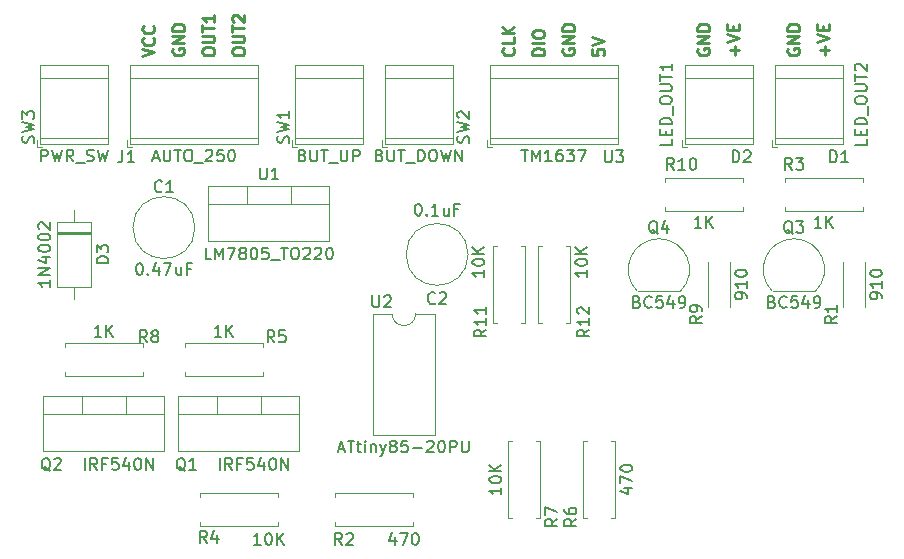
<source format=gbr>
%TF.GenerationSoftware,KiCad,Pcbnew,5.1.6-c6e7f7d~87~ubuntu18.04.1*%
%TF.CreationDate,2020-09-12T20:56:29+10:00*%
%TF.ProjectId,Switch_Toggler,53776974-6368-45f5-946f-67676c65722e,rev?*%
%TF.SameCoordinates,Original*%
%TF.FileFunction,Legend,Top*%
%TF.FilePolarity,Positive*%
%FSLAX46Y46*%
G04 Gerber Fmt 4.6, Leading zero omitted, Abs format (unit mm)*
G04 Created by KiCad (PCBNEW 5.1.6-c6e7f7d~87~ubuntu18.04.1) date 2020-09-12 20:56:29*
%MOMM*%
%LPD*%
G01*
G04 APERTURE LIST*
%ADD10C,0.250000*%
%ADD11C,0.120000*%
%ADD12C,0.150000*%
G04 APERTURE END LIST*
D10*
X110561428Y-68179404D02*
X110561428Y-67417500D01*
X110942380Y-67798452D02*
X110180476Y-67798452D01*
X109942380Y-67084166D02*
X110942380Y-66750833D01*
X109942380Y-66417500D01*
X110418571Y-66084166D02*
X110418571Y-65750833D01*
X110942380Y-65607976D02*
X110942380Y-66084166D01*
X109942380Y-66084166D01*
X109942380Y-65607976D01*
X107450000Y-67655595D02*
X107402380Y-67750833D01*
X107402380Y-67893690D01*
X107450000Y-68036547D01*
X107545238Y-68131785D01*
X107640476Y-68179404D01*
X107830952Y-68227023D01*
X107973809Y-68227023D01*
X108164285Y-68179404D01*
X108259523Y-68131785D01*
X108354761Y-68036547D01*
X108402380Y-67893690D01*
X108402380Y-67798452D01*
X108354761Y-67655595D01*
X108307142Y-67607976D01*
X107973809Y-67607976D01*
X107973809Y-67798452D01*
X108402380Y-67179404D02*
X107402380Y-67179404D01*
X108402380Y-66607976D01*
X107402380Y-66607976D01*
X108402380Y-66131785D02*
X107402380Y-66131785D01*
X107402380Y-65893690D01*
X107450000Y-65750833D01*
X107545238Y-65655595D01*
X107640476Y-65607976D01*
X107830952Y-65560357D01*
X107973809Y-65560357D01*
X108164285Y-65607976D01*
X108259523Y-65655595D01*
X108354761Y-65750833D01*
X108402380Y-65893690D01*
X108402380Y-66131785D01*
X102941428Y-68179404D02*
X102941428Y-67417500D01*
X103322380Y-67798452D02*
X102560476Y-67798452D01*
X102322380Y-67084166D02*
X103322380Y-66750833D01*
X102322380Y-66417500D01*
X102798571Y-66084166D02*
X102798571Y-65750833D01*
X103322380Y-65607976D02*
X103322380Y-66084166D01*
X102322380Y-66084166D01*
X102322380Y-65607976D01*
X99830000Y-67655595D02*
X99782380Y-67750833D01*
X99782380Y-67893690D01*
X99830000Y-68036547D01*
X99925238Y-68131785D01*
X100020476Y-68179404D01*
X100210952Y-68227023D01*
X100353809Y-68227023D01*
X100544285Y-68179404D01*
X100639523Y-68131785D01*
X100734761Y-68036547D01*
X100782380Y-67893690D01*
X100782380Y-67798452D01*
X100734761Y-67655595D01*
X100687142Y-67607976D01*
X100353809Y-67607976D01*
X100353809Y-67798452D01*
X100782380Y-67179404D02*
X99782380Y-67179404D01*
X100782380Y-66607976D01*
X99782380Y-66607976D01*
X100782380Y-66131785D02*
X99782380Y-66131785D01*
X99782380Y-65893690D01*
X99830000Y-65750833D01*
X99925238Y-65655595D01*
X100020476Y-65607976D01*
X100210952Y-65560357D01*
X100353809Y-65560357D01*
X100544285Y-65607976D01*
X100639523Y-65655595D01*
X100734761Y-65750833D01*
X100782380Y-65893690D01*
X100782380Y-66131785D01*
X90892380Y-67703214D02*
X90892380Y-68179404D01*
X91368571Y-68227023D01*
X91320952Y-68179404D01*
X91273333Y-68084166D01*
X91273333Y-67846071D01*
X91320952Y-67750833D01*
X91368571Y-67703214D01*
X91463809Y-67655595D01*
X91701904Y-67655595D01*
X91797142Y-67703214D01*
X91844761Y-67750833D01*
X91892380Y-67846071D01*
X91892380Y-68084166D01*
X91844761Y-68179404D01*
X91797142Y-68227023D01*
X90892380Y-67369880D02*
X91892380Y-67036547D01*
X90892380Y-66703214D01*
X88400000Y-67655595D02*
X88352380Y-67750833D01*
X88352380Y-67893690D01*
X88400000Y-68036547D01*
X88495238Y-68131785D01*
X88590476Y-68179404D01*
X88780952Y-68227023D01*
X88923809Y-68227023D01*
X89114285Y-68179404D01*
X89209523Y-68131785D01*
X89304761Y-68036547D01*
X89352380Y-67893690D01*
X89352380Y-67798452D01*
X89304761Y-67655595D01*
X89257142Y-67607976D01*
X88923809Y-67607976D01*
X88923809Y-67798452D01*
X89352380Y-67179404D02*
X88352380Y-67179404D01*
X89352380Y-66607976D01*
X88352380Y-66607976D01*
X89352380Y-66131785D02*
X88352380Y-66131785D01*
X88352380Y-65893690D01*
X88400000Y-65750833D01*
X88495238Y-65655595D01*
X88590476Y-65607976D01*
X88780952Y-65560357D01*
X88923809Y-65560357D01*
X89114285Y-65607976D01*
X89209523Y-65655595D01*
X89304761Y-65750833D01*
X89352380Y-65893690D01*
X89352380Y-66131785D01*
X86812380Y-68179404D02*
X85812380Y-68179404D01*
X85812380Y-67941309D01*
X85860000Y-67798452D01*
X85955238Y-67703214D01*
X86050476Y-67655595D01*
X86240952Y-67607976D01*
X86383809Y-67607976D01*
X86574285Y-67655595D01*
X86669523Y-67703214D01*
X86764761Y-67798452D01*
X86812380Y-67941309D01*
X86812380Y-68179404D01*
X86812380Y-67179404D02*
X85812380Y-67179404D01*
X85812380Y-66512738D02*
X85812380Y-66322261D01*
X85860000Y-66227023D01*
X85955238Y-66131785D01*
X86145714Y-66084166D01*
X86479047Y-66084166D01*
X86669523Y-66131785D01*
X86764761Y-66227023D01*
X86812380Y-66322261D01*
X86812380Y-66512738D01*
X86764761Y-66607976D01*
X86669523Y-66703214D01*
X86479047Y-66750833D01*
X86145714Y-66750833D01*
X85955238Y-66703214D01*
X85860000Y-66607976D01*
X85812380Y-66512738D01*
X84177142Y-67607976D02*
X84224761Y-67655595D01*
X84272380Y-67798452D01*
X84272380Y-67893690D01*
X84224761Y-68036547D01*
X84129523Y-68131785D01*
X84034285Y-68179404D01*
X83843809Y-68227023D01*
X83700952Y-68227023D01*
X83510476Y-68179404D01*
X83415238Y-68131785D01*
X83320000Y-68036547D01*
X83272380Y-67893690D01*
X83272380Y-67798452D01*
X83320000Y-67655595D01*
X83367619Y-67607976D01*
X84272380Y-66703214D02*
X84272380Y-67179404D01*
X83272380Y-67179404D01*
X84272380Y-66369880D02*
X83272380Y-66369880D01*
X84272380Y-65798452D02*
X83700952Y-66227023D01*
X83272380Y-65798452D02*
X83843809Y-66369880D01*
X60412380Y-67988928D02*
X60412380Y-67798452D01*
X60460000Y-67703214D01*
X60555238Y-67607976D01*
X60745714Y-67560357D01*
X61079047Y-67560357D01*
X61269523Y-67607976D01*
X61364761Y-67703214D01*
X61412380Y-67798452D01*
X61412380Y-67988928D01*
X61364761Y-68084166D01*
X61269523Y-68179404D01*
X61079047Y-68227023D01*
X60745714Y-68227023D01*
X60555238Y-68179404D01*
X60460000Y-68084166D01*
X60412380Y-67988928D01*
X60412380Y-67131785D02*
X61221904Y-67131785D01*
X61317142Y-67084166D01*
X61364761Y-67036547D01*
X61412380Y-66941309D01*
X61412380Y-66750833D01*
X61364761Y-66655595D01*
X61317142Y-66607976D01*
X61221904Y-66560357D01*
X60412380Y-66560357D01*
X60412380Y-66227023D02*
X60412380Y-65655595D01*
X61412380Y-65941309D02*
X60412380Y-65941309D01*
X60507619Y-65369880D02*
X60460000Y-65322261D01*
X60412380Y-65227023D01*
X60412380Y-64988928D01*
X60460000Y-64893690D01*
X60507619Y-64846071D01*
X60602857Y-64798452D01*
X60698095Y-64798452D01*
X60840952Y-64846071D01*
X61412380Y-65417500D01*
X61412380Y-64798452D01*
X57872380Y-67988928D02*
X57872380Y-67798452D01*
X57920000Y-67703214D01*
X58015238Y-67607976D01*
X58205714Y-67560357D01*
X58539047Y-67560357D01*
X58729523Y-67607976D01*
X58824761Y-67703214D01*
X58872380Y-67798452D01*
X58872380Y-67988928D01*
X58824761Y-68084166D01*
X58729523Y-68179404D01*
X58539047Y-68227023D01*
X58205714Y-68227023D01*
X58015238Y-68179404D01*
X57920000Y-68084166D01*
X57872380Y-67988928D01*
X57872380Y-67131785D02*
X58681904Y-67131785D01*
X58777142Y-67084166D01*
X58824761Y-67036547D01*
X58872380Y-66941309D01*
X58872380Y-66750833D01*
X58824761Y-66655595D01*
X58777142Y-66607976D01*
X58681904Y-66560357D01*
X57872380Y-66560357D01*
X57872380Y-66227023D02*
X57872380Y-65655595D01*
X58872380Y-65941309D02*
X57872380Y-65941309D01*
X58872380Y-64798452D02*
X58872380Y-65369880D01*
X58872380Y-65084166D02*
X57872380Y-65084166D01*
X58015238Y-65179404D01*
X58110476Y-65274642D01*
X58158095Y-65369880D01*
X55380000Y-67655595D02*
X55332380Y-67750833D01*
X55332380Y-67893690D01*
X55380000Y-68036547D01*
X55475238Y-68131785D01*
X55570476Y-68179404D01*
X55760952Y-68227023D01*
X55903809Y-68227023D01*
X56094285Y-68179404D01*
X56189523Y-68131785D01*
X56284761Y-68036547D01*
X56332380Y-67893690D01*
X56332380Y-67798452D01*
X56284761Y-67655595D01*
X56237142Y-67607976D01*
X55903809Y-67607976D01*
X55903809Y-67798452D01*
X56332380Y-67179404D02*
X55332380Y-67179404D01*
X56332380Y-66607976D01*
X55332380Y-66607976D01*
X56332380Y-66131785D02*
X55332380Y-66131785D01*
X55332380Y-65893690D01*
X55380000Y-65750833D01*
X55475238Y-65655595D01*
X55570476Y-65607976D01*
X55760952Y-65560357D01*
X55903809Y-65560357D01*
X56094285Y-65607976D01*
X56189523Y-65655595D01*
X56284761Y-65750833D01*
X56332380Y-65893690D01*
X56332380Y-66131785D01*
X52792380Y-68322261D02*
X53792380Y-67988928D01*
X52792380Y-67655595D01*
X53697142Y-66750833D02*
X53744761Y-66798452D01*
X53792380Y-66941309D01*
X53792380Y-67036547D01*
X53744761Y-67179404D01*
X53649523Y-67274642D01*
X53554285Y-67322261D01*
X53363809Y-67369880D01*
X53220952Y-67369880D01*
X53030476Y-67322261D01*
X52935238Y-67274642D01*
X52840000Y-67179404D01*
X52792380Y-67036547D01*
X52792380Y-66941309D01*
X52840000Y-66798452D01*
X52887619Y-66750833D01*
X53697142Y-65750833D02*
X53744761Y-65798452D01*
X53792380Y-65941309D01*
X53792380Y-66036547D01*
X53744761Y-66179404D01*
X53649523Y-66274642D01*
X53554285Y-66322261D01*
X53363809Y-66369880D01*
X53220952Y-66369880D01*
X53030476Y-66322261D01*
X52935238Y-66274642D01*
X52840000Y-66179404D01*
X52792380Y-66036547D01*
X52792380Y-65941309D01*
X52840000Y-65798452D01*
X52887619Y-65750833D01*
D11*
%TO.C,SW3*%
X43860000Y-76000000D02*
X44260000Y-76000000D01*
X43860000Y-75360000D02*
X43860000Y-76000000D01*
X49880000Y-69020000D02*
X49880000Y-75760000D01*
X44100000Y-69020000D02*
X44100000Y-75760000D01*
X44100000Y-75760000D02*
X49880000Y-75760000D01*
X44100000Y-69020000D02*
X49880000Y-69020000D01*
X44100000Y-70140000D02*
X49880000Y-70140000D01*
X44100000Y-75240000D02*
X49880000Y-75240000D01*
%TO.C,U3*%
X81960000Y-76000000D02*
X82360000Y-76000000D01*
X81960000Y-75360000D02*
X81960000Y-76000000D01*
X93061000Y-69020000D02*
X93061000Y-75760000D01*
X82200000Y-69020000D02*
X82200000Y-75760000D01*
X82200000Y-75760000D02*
X93061000Y-75760000D01*
X82200000Y-69020000D02*
X93061000Y-69020000D01*
X82200000Y-70140000D02*
X93061000Y-70140000D01*
X82200000Y-75240000D02*
X93061000Y-75240000D01*
%TO.C,U2*%
X77580000Y-90110000D02*
X75930000Y-90110000D01*
X77580000Y-100390000D02*
X77580000Y-90110000D01*
X72280000Y-100390000D02*
X77580000Y-100390000D01*
X72280000Y-90110000D02*
X72280000Y-100390000D01*
X73930000Y-90110000D02*
X72280000Y-90110000D01*
X75930000Y-90110000D02*
G75*
G02*
X73930000Y-90110000I-1000000J0D01*
G01*
%TO.C,U1*%
X65351000Y-79280000D02*
X65351000Y-80790000D01*
X61650000Y-79280000D02*
X61650000Y-80790000D01*
X58380000Y-80790000D02*
X68620000Y-80790000D01*
X68620000Y-79280000D02*
X68620000Y-83921000D01*
X58380000Y-79280000D02*
X58380000Y-83921000D01*
X58380000Y-83921000D02*
X68620000Y-83921000D01*
X58380000Y-79280000D02*
X68620000Y-79280000D01*
%TO.C,SW2*%
X73070000Y-76000000D02*
X73470000Y-76000000D01*
X73070000Y-75360000D02*
X73070000Y-76000000D01*
X79090000Y-69020000D02*
X79090000Y-75760000D01*
X73310000Y-69020000D02*
X73310000Y-75760000D01*
X73310000Y-75760000D02*
X79090000Y-75760000D01*
X73310000Y-69020000D02*
X79090000Y-69020000D01*
X73310000Y-70140000D02*
X79090000Y-70140000D01*
X73310000Y-75240000D02*
X79090000Y-75240000D01*
%TO.C,SW1*%
X65450000Y-76000000D02*
X65850000Y-76000000D01*
X65450000Y-75360000D02*
X65450000Y-76000000D01*
X71470000Y-69020000D02*
X71470000Y-75760000D01*
X65690000Y-69020000D02*
X65690000Y-75760000D01*
X65690000Y-75760000D02*
X71470000Y-75760000D01*
X65690000Y-69020000D02*
X71470000Y-69020000D01*
X65690000Y-70140000D02*
X71470000Y-70140000D01*
X65690000Y-75240000D02*
X71470000Y-75240000D01*
%TO.C,R12*%
X89000000Y-84360000D02*
X88670000Y-84360000D01*
X89000000Y-90900000D02*
X89000000Y-84360000D01*
X88670000Y-90900000D02*
X89000000Y-90900000D01*
X86260000Y-84360000D02*
X86590000Y-84360000D01*
X86260000Y-90900000D02*
X86260000Y-84360000D01*
X86590000Y-90900000D02*
X86260000Y-90900000D01*
%TO.C,R11*%
X85190000Y-84360000D02*
X84860000Y-84360000D01*
X85190000Y-90900000D02*
X85190000Y-84360000D01*
X84860000Y-90900000D02*
X85190000Y-90900000D01*
X82450000Y-84360000D02*
X82780000Y-84360000D01*
X82450000Y-90900000D02*
X82450000Y-84360000D01*
X82780000Y-90900000D02*
X82450000Y-90900000D01*
%TO.C,R10*%
X103600000Y-81380000D02*
X103600000Y-81050000D01*
X97060000Y-81380000D02*
X103600000Y-81380000D01*
X97060000Y-81050000D02*
X97060000Y-81380000D01*
X103600000Y-78640000D02*
X103600000Y-78970000D01*
X97060000Y-78640000D02*
X103600000Y-78640000D01*
X97060000Y-78970000D02*
X97060000Y-78640000D01*
%TO.C,R9*%
X102520000Y-89550000D02*
X102520000Y-85710000D01*
X100680000Y-89550000D02*
X100680000Y-85710000D01*
%TO.C,R8*%
X46260000Y-92610000D02*
X46260000Y-92940000D01*
X52800000Y-92610000D02*
X46260000Y-92610000D01*
X52800000Y-92940000D02*
X52800000Y-92610000D01*
X46260000Y-95350000D02*
X46260000Y-95020000D01*
X52800000Y-95350000D02*
X46260000Y-95350000D01*
X52800000Y-95020000D02*
X52800000Y-95350000D01*
%TO.C,R7*%
X83720000Y-107410000D02*
X84050000Y-107410000D01*
X83720000Y-100870000D02*
X83720000Y-107410000D01*
X84050000Y-100870000D02*
X83720000Y-100870000D01*
X86460000Y-107410000D02*
X86130000Y-107410000D01*
X86460000Y-100870000D02*
X86460000Y-107410000D01*
X86130000Y-100870000D02*
X86460000Y-100870000D01*
%TO.C,R6*%
X92810000Y-100870000D02*
X92480000Y-100870000D01*
X92810000Y-107410000D02*
X92810000Y-100870000D01*
X92480000Y-107410000D02*
X92810000Y-107410000D01*
X90070000Y-100870000D02*
X90400000Y-100870000D01*
X90070000Y-107410000D02*
X90070000Y-100870000D01*
X90400000Y-107410000D02*
X90070000Y-107410000D01*
%TO.C,R5*%
X56420000Y-92610000D02*
X56420000Y-92940000D01*
X62960000Y-92610000D02*
X56420000Y-92610000D01*
X62960000Y-92940000D02*
X62960000Y-92610000D01*
X56420000Y-95350000D02*
X56420000Y-95020000D01*
X62960000Y-95350000D02*
X56420000Y-95350000D01*
X62960000Y-95020000D02*
X62960000Y-95350000D01*
%TO.C,R4*%
X57690000Y-105310000D02*
X57690000Y-105640000D01*
X64230000Y-105310000D02*
X57690000Y-105310000D01*
X64230000Y-105640000D02*
X64230000Y-105310000D01*
X57690000Y-108050000D02*
X57690000Y-107720000D01*
X64230000Y-108050000D02*
X57690000Y-108050000D01*
X64230000Y-107720000D02*
X64230000Y-108050000D01*
%TO.C,R3*%
X113760000Y-81380000D02*
X113760000Y-81050000D01*
X107220000Y-81380000D02*
X113760000Y-81380000D01*
X107220000Y-81050000D02*
X107220000Y-81380000D01*
X113760000Y-78640000D02*
X113760000Y-78970000D01*
X107220000Y-78640000D02*
X113760000Y-78640000D01*
X107220000Y-78970000D02*
X107220000Y-78640000D01*
%TO.C,R2*%
X75660000Y-108050000D02*
X75660000Y-107720000D01*
X69120000Y-108050000D02*
X75660000Y-108050000D01*
X69120000Y-107720000D02*
X69120000Y-108050000D01*
X75660000Y-105310000D02*
X75660000Y-105640000D01*
X69120000Y-105310000D02*
X75660000Y-105310000D01*
X69120000Y-105640000D02*
X69120000Y-105310000D01*
%TO.C,R1*%
X113950000Y-89550000D02*
X113950000Y-85710000D01*
X112110000Y-89550000D02*
X112110000Y-85710000D01*
%TO.C,Q4*%
X94720000Y-88210000D02*
X98320000Y-88210000D01*
X98358478Y-88198478D02*
G75*
G03*
X96520000Y-83760000I-1838478J1838478D01*
G01*
X94681522Y-88198478D02*
G75*
G02*
X96520000Y-83760000I1838478J1838478D01*
G01*
%TO.C,Q3*%
X106150000Y-88210000D02*
X109750000Y-88210000D01*
X109788478Y-88198478D02*
G75*
G03*
X107950000Y-83760000I-1838478J1838478D01*
G01*
X106111522Y-88198478D02*
G75*
G02*
X107950000Y-83760000I1838478J1838478D01*
G01*
%TO.C,Q2*%
X51381000Y-97060000D02*
X51381000Y-98570000D01*
X47680000Y-97060000D02*
X47680000Y-98570000D01*
X44410000Y-98570000D02*
X54650000Y-98570000D01*
X54650000Y-97060000D02*
X54650000Y-101701000D01*
X44410000Y-97060000D02*
X44410000Y-101701000D01*
X44410000Y-101701000D02*
X54650000Y-101701000D01*
X44410000Y-97060000D02*
X54650000Y-97060000D01*
%TO.C,Q1*%
X62811000Y-97060000D02*
X62811000Y-98570000D01*
X59110000Y-97060000D02*
X59110000Y-98570000D01*
X55840000Y-98570000D02*
X66080000Y-98570000D01*
X66080000Y-97060000D02*
X66080000Y-101701000D01*
X55840000Y-97060000D02*
X55840000Y-101701000D01*
X55840000Y-101701000D02*
X66080000Y-101701000D01*
X55840000Y-97060000D02*
X66080000Y-97060000D01*
%TO.C,J1*%
X51480000Y-76000000D02*
X51880000Y-76000000D01*
X51480000Y-75360000D02*
X51480000Y-76000000D01*
X62581000Y-69020000D02*
X62581000Y-75760000D01*
X51720000Y-69020000D02*
X51720000Y-75760000D01*
X51720000Y-75760000D02*
X62581000Y-75760000D01*
X51720000Y-69020000D02*
X62581000Y-69020000D01*
X51720000Y-70140000D02*
X62581000Y-70140000D01*
X51720000Y-75240000D02*
X62581000Y-75240000D01*
%TO.C,D3*%
X48460000Y-83150000D02*
X45520000Y-83150000D01*
X48460000Y-83390000D02*
X45520000Y-83390000D01*
X48460000Y-83270000D02*
X45520000Y-83270000D01*
X46990000Y-88830000D02*
X46990000Y-87810000D01*
X46990000Y-81350000D02*
X46990000Y-82370000D01*
X48460000Y-87810000D02*
X48460000Y-82370000D01*
X45520000Y-87810000D02*
X48460000Y-87810000D01*
X45520000Y-82370000D02*
X45520000Y-87810000D01*
X48460000Y-82370000D02*
X45520000Y-82370000D01*
%TO.C,D2*%
X98470000Y-76000000D02*
X98870000Y-76000000D01*
X98470000Y-75360000D02*
X98470000Y-76000000D01*
X104490000Y-69020000D02*
X104490000Y-75760000D01*
X98710000Y-69020000D02*
X98710000Y-75760000D01*
X98710000Y-75760000D02*
X104490000Y-75760000D01*
X98710000Y-69020000D02*
X104490000Y-69020000D01*
X98710000Y-70140000D02*
X104490000Y-70140000D01*
X98710000Y-75240000D02*
X104490000Y-75240000D01*
%TO.C,D1*%
X106090000Y-76000000D02*
X106490000Y-76000000D01*
X106090000Y-75360000D02*
X106090000Y-76000000D01*
X112110000Y-69020000D02*
X112110000Y-75760000D01*
X106330000Y-69020000D02*
X106330000Y-75760000D01*
X106330000Y-75760000D02*
X112110000Y-75760000D01*
X106330000Y-69020000D02*
X112110000Y-69020000D01*
X106330000Y-70140000D02*
X112110000Y-70140000D01*
X106330000Y-75240000D02*
X112110000Y-75240000D01*
%TO.C,C2*%
X80360000Y-85090000D02*
G75*
G03*
X80360000Y-85090000I-2620000J0D01*
G01*
%TO.C,C1*%
X57230000Y-82820000D02*
G75*
G03*
X57230000Y-82820000I-2620000J0D01*
G01*
%TO.C,SW3*%
D12*
X43584761Y-75628333D02*
X43632380Y-75485476D01*
X43632380Y-75247380D01*
X43584761Y-75152142D01*
X43537142Y-75104523D01*
X43441904Y-75056904D01*
X43346666Y-75056904D01*
X43251428Y-75104523D01*
X43203809Y-75152142D01*
X43156190Y-75247380D01*
X43108571Y-75437857D01*
X43060952Y-75533095D01*
X43013333Y-75580714D01*
X42918095Y-75628333D01*
X42822857Y-75628333D01*
X42727619Y-75580714D01*
X42680000Y-75533095D01*
X42632380Y-75437857D01*
X42632380Y-75199761D01*
X42680000Y-75056904D01*
X42632380Y-74723571D02*
X43632380Y-74485476D01*
X42918095Y-74295000D01*
X43632380Y-74104523D01*
X42632380Y-73866428D01*
X42632380Y-73580714D02*
X42632380Y-72961666D01*
X43013333Y-73295000D01*
X43013333Y-73152142D01*
X43060952Y-73056904D01*
X43108571Y-73009285D01*
X43203809Y-72961666D01*
X43441904Y-72961666D01*
X43537142Y-73009285D01*
X43584761Y-73056904D01*
X43632380Y-73152142D01*
X43632380Y-73437857D01*
X43584761Y-73533095D01*
X43537142Y-73580714D01*
X44228095Y-77212380D02*
X44228095Y-76212380D01*
X44609047Y-76212380D01*
X44704285Y-76260000D01*
X44751904Y-76307619D01*
X44799523Y-76402857D01*
X44799523Y-76545714D01*
X44751904Y-76640952D01*
X44704285Y-76688571D01*
X44609047Y-76736190D01*
X44228095Y-76736190D01*
X45132857Y-76212380D02*
X45370952Y-77212380D01*
X45561428Y-76498095D01*
X45751904Y-77212380D01*
X45990000Y-76212380D01*
X46942380Y-77212380D02*
X46609047Y-76736190D01*
X46370952Y-77212380D02*
X46370952Y-76212380D01*
X46751904Y-76212380D01*
X46847142Y-76260000D01*
X46894761Y-76307619D01*
X46942380Y-76402857D01*
X46942380Y-76545714D01*
X46894761Y-76640952D01*
X46847142Y-76688571D01*
X46751904Y-76736190D01*
X46370952Y-76736190D01*
X47132857Y-77307619D02*
X47894761Y-77307619D01*
X48085238Y-77164761D02*
X48228095Y-77212380D01*
X48466190Y-77212380D01*
X48561428Y-77164761D01*
X48609047Y-77117142D01*
X48656666Y-77021904D01*
X48656666Y-76926666D01*
X48609047Y-76831428D01*
X48561428Y-76783809D01*
X48466190Y-76736190D01*
X48275714Y-76688571D01*
X48180476Y-76640952D01*
X48132857Y-76593333D01*
X48085238Y-76498095D01*
X48085238Y-76402857D01*
X48132857Y-76307619D01*
X48180476Y-76260000D01*
X48275714Y-76212380D01*
X48513809Y-76212380D01*
X48656666Y-76260000D01*
X48990000Y-76212380D02*
X49228095Y-77212380D01*
X49418571Y-76498095D01*
X49609047Y-77212380D01*
X49847142Y-76212380D01*
%TO.C,U3*%
X91948095Y-76287380D02*
X91948095Y-77096904D01*
X91995714Y-77192142D01*
X92043333Y-77239761D01*
X92138571Y-77287380D01*
X92329047Y-77287380D01*
X92424285Y-77239761D01*
X92471904Y-77192142D01*
X92519523Y-77096904D01*
X92519523Y-76287380D01*
X92900476Y-76287380D02*
X93519523Y-76287380D01*
X93186190Y-76668333D01*
X93329047Y-76668333D01*
X93424285Y-76715952D01*
X93471904Y-76763571D01*
X93519523Y-76858809D01*
X93519523Y-77096904D01*
X93471904Y-77192142D01*
X93424285Y-77239761D01*
X93329047Y-77287380D01*
X93043333Y-77287380D01*
X92948095Y-77239761D01*
X92900476Y-77192142D01*
X84868095Y-76212380D02*
X85439523Y-76212380D01*
X85153809Y-77212380D02*
X85153809Y-76212380D01*
X85772857Y-77212380D02*
X85772857Y-76212380D01*
X86106190Y-76926666D01*
X86439523Y-76212380D01*
X86439523Y-77212380D01*
X87439523Y-77212380D02*
X86868095Y-77212380D01*
X87153809Y-77212380D02*
X87153809Y-76212380D01*
X87058571Y-76355238D01*
X86963333Y-76450476D01*
X86868095Y-76498095D01*
X88296666Y-76212380D02*
X88106190Y-76212380D01*
X88010952Y-76260000D01*
X87963333Y-76307619D01*
X87868095Y-76450476D01*
X87820476Y-76640952D01*
X87820476Y-77021904D01*
X87868095Y-77117142D01*
X87915714Y-77164761D01*
X88010952Y-77212380D01*
X88201428Y-77212380D01*
X88296666Y-77164761D01*
X88344285Y-77117142D01*
X88391904Y-77021904D01*
X88391904Y-76783809D01*
X88344285Y-76688571D01*
X88296666Y-76640952D01*
X88201428Y-76593333D01*
X88010952Y-76593333D01*
X87915714Y-76640952D01*
X87868095Y-76688571D01*
X87820476Y-76783809D01*
X88725238Y-76212380D02*
X89344285Y-76212380D01*
X89010952Y-76593333D01*
X89153809Y-76593333D01*
X89249047Y-76640952D01*
X89296666Y-76688571D01*
X89344285Y-76783809D01*
X89344285Y-77021904D01*
X89296666Y-77117142D01*
X89249047Y-77164761D01*
X89153809Y-77212380D01*
X88868095Y-77212380D01*
X88772857Y-77164761D01*
X88725238Y-77117142D01*
X89677619Y-76212380D02*
X90344285Y-76212380D01*
X89915714Y-77212380D01*
%TO.C,U2*%
X72263095Y-88562380D02*
X72263095Y-89371904D01*
X72310714Y-89467142D01*
X72358333Y-89514761D01*
X72453571Y-89562380D01*
X72644047Y-89562380D01*
X72739285Y-89514761D01*
X72786904Y-89467142D01*
X72834523Y-89371904D01*
X72834523Y-88562380D01*
X73263095Y-88657619D02*
X73310714Y-88610000D01*
X73405952Y-88562380D01*
X73644047Y-88562380D01*
X73739285Y-88610000D01*
X73786904Y-88657619D01*
X73834523Y-88752857D01*
X73834523Y-88848095D01*
X73786904Y-88990952D01*
X73215476Y-89562380D01*
X73834523Y-89562380D01*
X69406190Y-101556666D02*
X69882380Y-101556666D01*
X69310952Y-101842380D02*
X69644285Y-100842380D01*
X69977619Y-101842380D01*
X70168095Y-100842380D02*
X70739523Y-100842380D01*
X70453809Y-101842380D02*
X70453809Y-100842380D01*
X70930000Y-101175714D02*
X71310952Y-101175714D01*
X71072857Y-100842380D02*
X71072857Y-101699523D01*
X71120476Y-101794761D01*
X71215714Y-101842380D01*
X71310952Y-101842380D01*
X71644285Y-101842380D02*
X71644285Y-101175714D01*
X71644285Y-100842380D02*
X71596666Y-100890000D01*
X71644285Y-100937619D01*
X71691904Y-100890000D01*
X71644285Y-100842380D01*
X71644285Y-100937619D01*
X72120476Y-101175714D02*
X72120476Y-101842380D01*
X72120476Y-101270952D02*
X72168095Y-101223333D01*
X72263333Y-101175714D01*
X72406190Y-101175714D01*
X72501428Y-101223333D01*
X72549047Y-101318571D01*
X72549047Y-101842380D01*
X72930000Y-101175714D02*
X73168095Y-101842380D01*
X73406190Y-101175714D02*
X73168095Y-101842380D01*
X73072857Y-102080476D01*
X73025238Y-102128095D01*
X72930000Y-102175714D01*
X73930000Y-101270952D02*
X73834761Y-101223333D01*
X73787142Y-101175714D01*
X73739523Y-101080476D01*
X73739523Y-101032857D01*
X73787142Y-100937619D01*
X73834761Y-100890000D01*
X73930000Y-100842380D01*
X74120476Y-100842380D01*
X74215714Y-100890000D01*
X74263333Y-100937619D01*
X74310952Y-101032857D01*
X74310952Y-101080476D01*
X74263333Y-101175714D01*
X74215714Y-101223333D01*
X74120476Y-101270952D01*
X73930000Y-101270952D01*
X73834761Y-101318571D01*
X73787142Y-101366190D01*
X73739523Y-101461428D01*
X73739523Y-101651904D01*
X73787142Y-101747142D01*
X73834761Y-101794761D01*
X73930000Y-101842380D01*
X74120476Y-101842380D01*
X74215714Y-101794761D01*
X74263333Y-101747142D01*
X74310952Y-101651904D01*
X74310952Y-101461428D01*
X74263333Y-101366190D01*
X74215714Y-101318571D01*
X74120476Y-101270952D01*
X75215714Y-100842380D02*
X74739523Y-100842380D01*
X74691904Y-101318571D01*
X74739523Y-101270952D01*
X74834761Y-101223333D01*
X75072857Y-101223333D01*
X75168095Y-101270952D01*
X75215714Y-101318571D01*
X75263333Y-101413809D01*
X75263333Y-101651904D01*
X75215714Y-101747142D01*
X75168095Y-101794761D01*
X75072857Y-101842380D01*
X74834761Y-101842380D01*
X74739523Y-101794761D01*
X74691904Y-101747142D01*
X75691904Y-101461428D02*
X76453809Y-101461428D01*
X76882380Y-100937619D02*
X76930000Y-100890000D01*
X77025238Y-100842380D01*
X77263333Y-100842380D01*
X77358571Y-100890000D01*
X77406190Y-100937619D01*
X77453809Y-101032857D01*
X77453809Y-101128095D01*
X77406190Y-101270952D01*
X76834761Y-101842380D01*
X77453809Y-101842380D01*
X78072857Y-100842380D02*
X78168095Y-100842380D01*
X78263333Y-100890000D01*
X78310952Y-100937619D01*
X78358571Y-101032857D01*
X78406190Y-101223333D01*
X78406190Y-101461428D01*
X78358571Y-101651904D01*
X78310952Y-101747142D01*
X78263333Y-101794761D01*
X78168095Y-101842380D01*
X78072857Y-101842380D01*
X77977619Y-101794761D01*
X77930000Y-101747142D01*
X77882380Y-101651904D01*
X77834761Y-101461428D01*
X77834761Y-101223333D01*
X77882380Y-101032857D01*
X77930000Y-100937619D01*
X77977619Y-100890000D01*
X78072857Y-100842380D01*
X78834761Y-101842380D02*
X78834761Y-100842380D01*
X79215714Y-100842380D01*
X79310952Y-100890000D01*
X79358571Y-100937619D01*
X79406190Y-101032857D01*
X79406190Y-101175714D01*
X79358571Y-101270952D01*
X79310952Y-101318571D01*
X79215714Y-101366190D01*
X78834761Y-101366190D01*
X79834761Y-100842380D02*
X79834761Y-101651904D01*
X79882380Y-101747142D01*
X79930000Y-101794761D01*
X80025238Y-101842380D01*
X80215714Y-101842380D01*
X80310952Y-101794761D01*
X80358571Y-101747142D01*
X80406190Y-101651904D01*
X80406190Y-100842380D01*
%TO.C,U1*%
X62738095Y-77732380D02*
X62738095Y-78541904D01*
X62785714Y-78637142D01*
X62833333Y-78684761D01*
X62928571Y-78732380D01*
X63119047Y-78732380D01*
X63214285Y-78684761D01*
X63261904Y-78637142D01*
X63309523Y-78541904D01*
X63309523Y-77732380D01*
X64309523Y-78732380D02*
X63738095Y-78732380D01*
X64023809Y-78732380D02*
X64023809Y-77732380D01*
X63928571Y-77875238D01*
X63833333Y-77970476D01*
X63738095Y-78018095D01*
X58619047Y-85502380D02*
X58142857Y-85502380D01*
X58142857Y-84502380D01*
X58952380Y-85502380D02*
X58952380Y-84502380D01*
X59285714Y-85216666D01*
X59619047Y-84502380D01*
X59619047Y-85502380D01*
X60000000Y-84502380D02*
X60666666Y-84502380D01*
X60238095Y-85502380D01*
X61190476Y-84930952D02*
X61095238Y-84883333D01*
X61047619Y-84835714D01*
X61000000Y-84740476D01*
X61000000Y-84692857D01*
X61047619Y-84597619D01*
X61095238Y-84550000D01*
X61190476Y-84502380D01*
X61380952Y-84502380D01*
X61476190Y-84550000D01*
X61523809Y-84597619D01*
X61571428Y-84692857D01*
X61571428Y-84740476D01*
X61523809Y-84835714D01*
X61476190Y-84883333D01*
X61380952Y-84930952D01*
X61190476Y-84930952D01*
X61095238Y-84978571D01*
X61047619Y-85026190D01*
X61000000Y-85121428D01*
X61000000Y-85311904D01*
X61047619Y-85407142D01*
X61095238Y-85454761D01*
X61190476Y-85502380D01*
X61380952Y-85502380D01*
X61476190Y-85454761D01*
X61523809Y-85407142D01*
X61571428Y-85311904D01*
X61571428Y-85121428D01*
X61523809Y-85026190D01*
X61476190Y-84978571D01*
X61380952Y-84930952D01*
X62190476Y-84502380D02*
X62285714Y-84502380D01*
X62380952Y-84550000D01*
X62428571Y-84597619D01*
X62476190Y-84692857D01*
X62523809Y-84883333D01*
X62523809Y-85121428D01*
X62476190Y-85311904D01*
X62428571Y-85407142D01*
X62380952Y-85454761D01*
X62285714Y-85502380D01*
X62190476Y-85502380D01*
X62095238Y-85454761D01*
X62047619Y-85407142D01*
X62000000Y-85311904D01*
X61952380Y-85121428D01*
X61952380Y-84883333D01*
X62000000Y-84692857D01*
X62047619Y-84597619D01*
X62095238Y-84550000D01*
X62190476Y-84502380D01*
X63428571Y-84502380D02*
X62952380Y-84502380D01*
X62904761Y-84978571D01*
X62952380Y-84930952D01*
X63047619Y-84883333D01*
X63285714Y-84883333D01*
X63380952Y-84930952D01*
X63428571Y-84978571D01*
X63476190Y-85073809D01*
X63476190Y-85311904D01*
X63428571Y-85407142D01*
X63380952Y-85454761D01*
X63285714Y-85502380D01*
X63047619Y-85502380D01*
X62952380Y-85454761D01*
X62904761Y-85407142D01*
X63666666Y-85597619D02*
X64428571Y-85597619D01*
X64523809Y-84502380D02*
X65095238Y-84502380D01*
X64809523Y-85502380D02*
X64809523Y-84502380D01*
X65619047Y-84502380D02*
X65809523Y-84502380D01*
X65904761Y-84550000D01*
X66000000Y-84645238D01*
X66047619Y-84835714D01*
X66047619Y-85169047D01*
X66000000Y-85359523D01*
X65904761Y-85454761D01*
X65809523Y-85502380D01*
X65619047Y-85502380D01*
X65523809Y-85454761D01*
X65428571Y-85359523D01*
X65380952Y-85169047D01*
X65380952Y-84835714D01*
X65428571Y-84645238D01*
X65523809Y-84550000D01*
X65619047Y-84502380D01*
X66428571Y-84597619D02*
X66476190Y-84550000D01*
X66571428Y-84502380D01*
X66809523Y-84502380D01*
X66904761Y-84550000D01*
X66952380Y-84597619D01*
X67000000Y-84692857D01*
X67000000Y-84788095D01*
X66952380Y-84930952D01*
X66380952Y-85502380D01*
X67000000Y-85502380D01*
X67380952Y-84597619D02*
X67428571Y-84550000D01*
X67523809Y-84502380D01*
X67761904Y-84502380D01*
X67857142Y-84550000D01*
X67904761Y-84597619D01*
X67952380Y-84692857D01*
X67952380Y-84788095D01*
X67904761Y-84930952D01*
X67333333Y-85502380D01*
X67952380Y-85502380D01*
X68571428Y-84502380D02*
X68666666Y-84502380D01*
X68761904Y-84550000D01*
X68809523Y-84597619D01*
X68857142Y-84692857D01*
X68904761Y-84883333D01*
X68904761Y-85121428D01*
X68857142Y-85311904D01*
X68809523Y-85407142D01*
X68761904Y-85454761D01*
X68666666Y-85502380D01*
X68571428Y-85502380D01*
X68476190Y-85454761D01*
X68428571Y-85407142D01*
X68380952Y-85311904D01*
X68333333Y-85121428D01*
X68333333Y-84883333D01*
X68380952Y-84692857D01*
X68428571Y-84597619D01*
X68476190Y-84550000D01*
X68571428Y-84502380D01*
%TO.C,SW2*%
X80414761Y-75628333D02*
X80462380Y-75485476D01*
X80462380Y-75247380D01*
X80414761Y-75152142D01*
X80367142Y-75104523D01*
X80271904Y-75056904D01*
X80176666Y-75056904D01*
X80081428Y-75104523D01*
X80033809Y-75152142D01*
X79986190Y-75247380D01*
X79938571Y-75437857D01*
X79890952Y-75533095D01*
X79843333Y-75580714D01*
X79748095Y-75628333D01*
X79652857Y-75628333D01*
X79557619Y-75580714D01*
X79510000Y-75533095D01*
X79462380Y-75437857D01*
X79462380Y-75199761D01*
X79510000Y-75056904D01*
X79462380Y-74723571D02*
X80462380Y-74485476D01*
X79748095Y-74295000D01*
X80462380Y-74104523D01*
X79462380Y-73866428D01*
X79557619Y-73533095D02*
X79510000Y-73485476D01*
X79462380Y-73390238D01*
X79462380Y-73152142D01*
X79510000Y-73056904D01*
X79557619Y-73009285D01*
X79652857Y-72961666D01*
X79748095Y-72961666D01*
X79890952Y-73009285D01*
X80462380Y-73580714D01*
X80462380Y-72961666D01*
X72866666Y-76688571D02*
X73009523Y-76736190D01*
X73057142Y-76783809D01*
X73104761Y-76879047D01*
X73104761Y-77021904D01*
X73057142Y-77117142D01*
X73009523Y-77164761D01*
X72914285Y-77212380D01*
X72533333Y-77212380D01*
X72533333Y-76212380D01*
X72866666Y-76212380D01*
X72961904Y-76260000D01*
X73009523Y-76307619D01*
X73057142Y-76402857D01*
X73057142Y-76498095D01*
X73009523Y-76593333D01*
X72961904Y-76640952D01*
X72866666Y-76688571D01*
X72533333Y-76688571D01*
X73533333Y-76212380D02*
X73533333Y-77021904D01*
X73580952Y-77117142D01*
X73628571Y-77164761D01*
X73723809Y-77212380D01*
X73914285Y-77212380D01*
X74009523Y-77164761D01*
X74057142Y-77117142D01*
X74104761Y-77021904D01*
X74104761Y-76212380D01*
X74438095Y-76212380D02*
X75009523Y-76212380D01*
X74723809Y-77212380D02*
X74723809Y-76212380D01*
X75104761Y-77307619D02*
X75866666Y-77307619D01*
X76104761Y-77212380D02*
X76104761Y-76212380D01*
X76342857Y-76212380D01*
X76485714Y-76260000D01*
X76580952Y-76355238D01*
X76628571Y-76450476D01*
X76676190Y-76640952D01*
X76676190Y-76783809D01*
X76628571Y-76974285D01*
X76580952Y-77069523D01*
X76485714Y-77164761D01*
X76342857Y-77212380D01*
X76104761Y-77212380D01*
X77295238Y-76212380D02*
X77485714Y-76212380D01*
X77580952Y-76260000D01*
X77676190Y-76355238D01*
X77723809Y-76545714D01*
X77723809Y-76879047D01*
X77676190Y-77069523D01*
X77580952Y-77164761D01*
X77485714Y-77212380D01*
X77295238Y-77212380D01*
X77200000Y-77164761D01*
X77104761Y-77069523D01*
X77057142Y-76879047D01*
X77057142Y-76545714D01*
X77104761Y-76355238D01*
X77200000Y-76260000D01*
X77295238Y-76212380D01*
X78057142Y-76212380D02*
X78295238Y-77212380D01*
X78485714Y-76498095D01*
X78676190Y-77212380D01*
X78914285Y-76212380D01*
X79295238Y-77212380D02*
X79295238Y-76212380D01*
X79866666Y-77212380D01*
X79866666Y-76212380D01*
%TO.C,SW1*%
X65174761Y-75628333D02*
X65222380Y-75485476D01*
X65222380Y-75247380D01*
X65174761Y-75152142D01*
X65127142Y-75104523D01*
X65031904Y-75056904D01*
X64936666Y-75056904D01*
X64841428Y-75104523D01*
X64793809Y-75152142D01*
X64746190Y-75247380D01*
X64698571Y-75437857D01*
X64650952Y-75533095D01*
X64603333Y-75580714D01*
X64508095Y-75628333D01*
X64412857Y-75628333D01*
X64317619Y-75580714D01*
X64270000Y-75533095D01*
X64222380Y-75437857D01*
X64222380Y-75199761D01*
X64270000Y-75056904D01*
X64222380Y-74723571D02*
X65222380Y-74485476D01*
X64508095Y-74295000D01*
X65222380Y-74104523D01*
X64222380Y-73866428D01*
X65222380Y-72961666D02*
X65222380Y-73533095D01*
X65222380Y-73247380D02*
X64222380Y-73247380D01*
X64365238Y-73342619D01*
X64460476Y-73437857D01*
X64508095Y-73533095D01*
X66341904Y-76688571D02*
X66484761Y-76736190D01*
X66532380Y-76783809D01*
X66580000Y-76879047D01*
X66580000Y-77021904D01*
X66532380Y-77117142D01*
X66484761Y-77164761D01*
X66389523Y-77212380D01*
X66008571Y-77212380D01*
X66008571Y-76212380D01*
X66341904Y-76212380D01*
X66437142Y-76260000D01*
X66484761Y-76307619D01*
X66532380Y-76402857D01*
X66532380Y-76498095D01*
X66484761Y-76593333D01*
X66437142Y-76640952D01*
X66341904Y-76688571D01*
X66008571Y-76688571D01*
X67008571Y-76212380D02*
X67008571Y-77021904D01*
X67056190Y-77117142D01*
X67103809Y-77164761D01*
X67199047Y-77212380D01*
X67389523Y-77212380D01*
X67484761Y-77164761D01*
X67532380Y-77117142D01*
X67580000Y-77021904D01*
X67580000Y-76212380D01*
X67913333Y-76212380D02*
X68484761Y-76212380D01*
X68199047Y-77212380D02*
X68199047Y-76212380D01*
X68580000Y-77307619D02*
X69341904Y-77307619D01*
X69580000Y-76212380D02*
X69580000Y-77021904D01*
X69627619Y-77117142D01*
X69675238Y-77164761D01*
X69770476Y-77212380D01*
X69960952Y-77212380D01*
X70056190Y-77164761D01*
X70103809Y-77117142D01*
X70151428Y-77021904D01*
X70151428Y-76212380D01*
X70627619Y-77212380D02*
X70627619Y-76212380D01*
X71008571Y-76212380D01*
X71103809Y-76260000D01*
X71151428Y-76307619D01*
X71199047Y-76402857D01*
X71199047Y-76545714D01*
X71151428Y-76640952D01*
X71103809Y-76688571D01*
X71008571Y-76736190D01*
X70627619Y-76736190D01*
%TO.C,R12*%
X90622380Y-91447857D02*
X90146190Y-91781190D01*
X90622380Y-92019285D02*
X89622380Y-92019285D01*
X89622380Y-91638333D01*
X89670000Y-91543095D01*
X89717619Y-91495476D01*
X89812857Y-91447857D01*
X89955714Y-91447857D01*
X90050952Y-91495476D01*
X90098571Y-91543095D01*
X90146190Y-91638333D01*
X90146190Y-92019285D01*
X90622380Y-90495476D02*
X90622380Y-91066904D01*
X90622380Y-90781190D02*
X89622380Y-90781190D01*
X89765238Y-90876428D01*
X89860476Y-90971666D01*
X89908095Y-91066904D01*
X89717619Y-90114523D02*
X89670000Y-90066904D01*
X89622380Y-89971666D01*
X89622380Y-89733571D01*
X89670000Y-89638333D01*
X89717619Y-89590714D01*
X89812857Y-89543095D01*
X89908095Y-89543095D01*
X90050952Y-89590714D01*
X90622380Y-90162142D01*
X90622380Y-89543095D01*
X90452380Y-86415476D02*
X90452380Y-86986904D01*
X90452380Y-86701190D02*
X89452380Y-86701190D01*
X89595238Y-86796428D01*
X89690476Y-86891666D01*
X89738095Y-86986904D01*
X89452380Y-85796428D02*
X89452380Y-85701190D01*
X89500000Y-85605952D01*
X89547619Y-85558333D01*
X89642857Y-85510714D01*
X89833333Y-85463095D01*
X90071428Y-85463095D01*
X90261904Y-85510714D01*
X90357142Y-85558333D01*
X90404761Y-85605952D01*
X90452380Y-85701190D01*
X90452380Y-85796428D01*
X90404761Y-85891666D01*
X90357142Y-85939285D01*
X90261904Y-85986904D01*
X90071428Y-86034523D01*
X89833333Y-86034523D01*
X89642857Y-85986904D01*
X89547619Y-85939285D01*
X89500000Y-85891666D01*
X89452380Y-85796428D01*
X90452380Y-85034523D02*
X89452380Y-85034523D01*
X90452380Y-84463095D02*
X89880952Y-84891666D01*
X89452380Y-84463095D02*
X90023809Y-85034523D01*
%TO.C,R11*%
X81902380Y-91447857D02*
X81426190Y-91781190D01*
X81902380Y-92019285D02*
X80902380Y-92019285D01*
X80902380Y-91638333D01*
X80950000Y-91543095D01*
X80997619Y-91495476D01*
X81092857Y-91447857D01*
X81235714Y-91447857D01*
X81330952Y-91495476D01*
X81378571Y-91543095D01*
X81426190Y-91638333D01*
X81426190Y-92019285D01*
X81902380Y-90495476D02*
X81902380Y-91066904D01*
X81902380Y-90781190D02*
X80902380Y-90781190D01*
X81045238Y-90876428D01*
X81140476Y-90971666D01*
X81188095Y-91066904D01*
X81902380Y-89543095D02*
X81902380Y-90114523D01*
X81902380Y-89828809D02*
X80902380Y-89828809D01*
X81045238Y-89924047D01*
X81140476Y-90019285D01*
X81188095Y-90114523D01*
X81732380Y-86415476D02*
X81732380Y-86986904D01*
X81732380Y-86701190D02*
X80732380Y-86701190D01*
X80875238Y-86796428D01*
X80970476Y-86891666D01*
X81018095Y-86986904D01*
X80732380Y-85796428D02*
X80732380Y-85701190D01*
X80780000Y-85605952D01*
X80827619Y-85558333D01*
X80922857Y-85510714D01*
X81113333Y-85463095D01*
X81351428Y-85463095D01*
X81541904Y-85510714D01*
X81637142Y-85558333D01*
X81684761Y-85605952D01*
X81732380Y-85701190D01*
X81732380Y-85796428D01*
X81684761Y-85891666D01*
X81637142Y-85939285D01*
X81541904Y-85986904D01*
X81351428Y-86034523D01*
X81113333Y-86034523D01*
X80922857Y-85986904D01*
X80827619Y-85939285D01*
X80780000Y-85891666D01*
X80732380Y-85796428D01*
X81732380Y-85034523D02*
X80732380Y-85034523D01*
X81732380Y-84463095D02*
X81160952Y-84891666D01*
X80732380Y-84463095D02*
X81303809Y-85034523D01*
%TO.C,R10*%
X97782142Y-77922380D02*
X97448809Y-77446190D01*
X97210714Y-77922380D02*
X97210714Y-76922380D01*
X97591666Y-76922380D01*
X97686904Y-76970000D01*
X97734523Y-77017619D01*
X97782142Y-77112857D01*
X97782142Y-77255714D01*
X97734523Y-77350952D01*
X97686904Y-77398571D01*
X97591666Y-77446190D01*
X97210714Y-77446190D01*
X98734523Y-77922380D02*
X98163095Y-77922380D01*
X98448809Y-77922380D02*
X98448809Y-76922380D01*
X98353571Y-77065238D01*
X98258333Y-77160476D01*
X98163095Y-77208095D01*
X99353571Y-76922380D02*
X99448809Y-76922380D01*
X99544047Y-76970000D01*
X99591666Y-77017619D01*
X99639285Y-77112857D01*
X99686904Y-77303333D01*
X99686904Y-77541428D01*
X99639285Y-77731904D01*
X99591666Y-77827142D01*
X99544047Y-77874761D01*
X99448809Y-77922380D01*
X99353571Y-77922380D01*
X99258333Y-77874761D01*
X99210714Y-77827142D01*
X99163095Y-77731904D01*
X99115476Y-77541428D01*
X99115476Y-77303333D01*
X99163095Y-77112857D01*
X99210714Y-77017619D01*
X99258333Y-76970000D01*
X99353571Y-76922380D01*
X100115714Y-82832380D02*
X99544285Y-82832380D01*
X99830000Y-82832380D02*
X99830000Y-81832380D01*
X99734761Y-81975238D01*
X99639523Y-82070476D01*
X99544285Y-82118095D01*
X100544285Y-82832380D02*
X100544285Y-81832380D01*
X101115714Y-82832380D02*
X100687142Y-82260952D01*
X101115714Y-81832380D02*
X100544285Y-82403809D01*
%TO.C,R9*%
X100147380Y-90336666D02*
X99671190Y-90670000D01*
X100147380Y-90908095D02*
X99147380Y-90908095D01*
X99147380Y-90527142D01*
X99195000Y-90431904D01*
X99242619Y-90384285D01*
X99337857Y-90336666D01*
X99480714Y-90336666D01*
X99575952Y-90384285D01*
X99623571Y-90431904D01*
X99671190Y-90527142D01*
X99671190Y-90908095D01*
X100147380Y-89860476D02*
X100147380Y-89670000D01*
X100099761Y-89574761D01*
X100052142Y-89527142D01*
X99909285Y-89431904D01*
X99718809Y-89384285D01*
X99337857Y-89384285D01*
X99242619Y-89431904D01*
X99195000Y-89479523D01*
X99147380Y-89574761D01*
X99147380Y-89765238D01*
X99195000Y-89860476D01*
X99242619Y-89908095D01*
X99337857Y-89955714D01*
X99575952Y-89955714D01*
X99671190Y-89908095D01*
X99718809Y-89860476D01*
X99766428Y-89765238D01*
X99766428Y-89574761D01*
X99718809Y-89479523D01*
X99671190Y-89431904D01*
X99575952Y-89384285D01*
X103972380Y-88772857D02*
X103972380Y-88582380D01*
X103924761Y-88487142D01*
X103877142Y-88439523D01*
X103734285Y-88344285D01*
X103543809Y-88296666D01*
X103162857Y-88296666D01*
X103067619Y-88344285D01*
X103020000Y-88391904D01*
X102972380Y-88487142D01*
X102972380Y-88677619D01*
X103020000Y-88772857D01*
X103067619Y-88820476D01*
X103162857Y-88868095D01*
X103400952Y-88868095D01*
X103496190Y-88820476D01*
X103543809Y-88772857D01*
X103591428Y-88677619D01*
X103591428Y-88487142D01*
X103543809Y-88391904D01*
X103496190Y-88344285D01*
X103400952Y-88296666D01*
X103972380Y-87344285D02*
X103972380Y-87915714D01*
X103972380Y-87630000D02*
X102972380Y-87630000D01*
X103115238Y-87725238D01*
X103210476Y-87820476D01*
X103258095Y-87915714D01*
X102972380Y-86725238D02*
X102972380Y-86630000D01*
X103020000Y-86534761D01*
X103067619Y-86487142D01*
X103162857Y-86439523D01*
X103353333Y-86391904D01*
X103591428Y-86391904D01*
X103781904Y-86439523D01*
X103877142Y-86487142D01*
X103924761Y-86534761D01*
X103972380Y-86630000D01*
X103972380Y-86725238D01*
X103924761Y-86820476D01*
X103877142Y-86868095D01*
X103781904Y-86915714D01*
X103591428Y-86963333D01*
X103353333Y-86963333D01*
X103162857Y-86915714D01*
X103067619Y-86868095D01*
X103020000Y-86820476D01*
X102972380Y-86725238D01*
%TO.C,R8*%
X53173333Y-92527380D02*
X52840000Y-92051190D01*
X52601904Y-92527380D02*
X52601904Y-91527380D01*
X52982857Y-91527380D01*
X53078095Y-91575000D01*
X53125714Y-91622619D01*
X53173333Y-91717857D01*
X53173333Y-91860714D01*
X53125714Y-91955952D01*
X53078095Y-92003571D01*
X52982857Y-92051190D01*
X52601904Y-92051190D01*
X53744761Y-91955952D02*
X53649523Y-91908333D01*
X53601904Y-91860714D01*
X53554285Y-91765476D01*
X53554285Y-91717857D01*
X53601904Y-91622619D01*
X53649523Y-91575000D01*
X53744761Y-91527380D01*
X53935238Y-91527380D01*
X54030476Y-91575000D01*
X54078095Y-91622619D01*
X54125714Y-91717857D01*
X54125714Y-91765476D01*
X54078095Y-91860714D01*
X54030476Y-91908333D01*
X53935238Y-91955952D01*
X53744761Y-91955952D01*
X53649523Y-92003571D01*
X53601904Y-92051190D01*
X53554285Y-92146428D01*
X53554285Y-92336904D01*
X53601904Y-92432142D01*
X53649523Y-92479761D01*
X53744761Y-92527380D01*
X53935238Y-92527380D01*
X54030476Y-92479761D01*
X54078095Y-92432142D01*
X54125714Y-92336904D01*
X54125714Y-92146428D01*
X54078095Y-92051190D01*
X54030476Y-92003571D01*
X53935238Y-91955952D01*
X49315714Y-92062380D02*
X48744285Y-92062380D01*
X49030000Y-92062380D02*
X49030000Y-91062380D01*
X48934761Y-91205238D01*
X48839523Y-91300476D01*
X48744285Y-91348095D01*
X49744285Y-92062380D02*
X49744285Y-91062380D01*
X50315714Y-92062380D02*
X49887142Y-91490952D01*
X50315714Y-91062380D02*
X49744285Y-91633809D01*
%TO.C,R7*%
X87912380Y-107481666D02*
X87436190Y-107815000D01*
X87912380Y-108053095D02*
X86912380Y-108053095D01*
X86912380Y-107672142D01*
X86960000Y-107576904D01*
X87007619Y-107529285D01*
X87102857Y-107481666D01*
X87245714Y-107481666D01*
X87340952Y-107529285D01*
X87388571Y-107576904D01*
X87436190Y-107672142D01*
X87436190Y-108053095D01*
X86912380Y-107148333D02*
X86912380Y-106481666D01*
X87912380Y-106910238D01*
X83172380Y-104830476D02*
X83172380Y-105401904D01*
X83172380Y-105116190D02*
X82172380Y-105116190D01*
X82315238Y-105211428D01*
X82410476Y-105306666D01*
X82458095Y-105401904D01*
X82172380Y-104211428D02*
X82172380Y-104116190D01*
X82220000Y-104020952D01*
X82267619Y-103973333D01*
X82362857Y-103925714D01*
X82553333Y-103878095D01*
X82791428Y-103878095D01*
X82981904Y-103925714D01*
X83077142Y-103973333D01*
X83124761Y-104020952D01*
X83172380Y-104116190D01*
X83172380Y-104211428D01*
X83124761Y-104306666D01*
X83077142Y-104354285D01*
X82981904Y-104401904D01*
X82791428Y-104449523D01*
X82553333Y-104449523D01*
X82362857Y-104401904D01*
X82267619Y-104354285D01*
X82220000Y-104306666D01*
X82172380Y-104211428D01*
X83172380Y-103449523D02*
X82172380Y-103449523D01*
X83172380Y-102878095D02*
X82600952Y-103306666D01*
X82172380Y-102878095D02*
X82743809Y-103449523D01*
%TO.C,R6*%
X89522380Y-107481666D02*
X89046190Y-107815000D01*
X89522380Y-108053095D02*
X88522380Y-108053095D01*
X88522380Y-107672142D01*
X88570000Y-107576904D01*
X88617619Y-107529285D01*
X88712857Y-107481666D01*
X88855714Y-107481666D01*
X88950952Y-107529285D01*
X88998571Y-107576904D01*
X89046190Y-107672142D01*
X89046190Y-108053095D01*
X88522380Y-106624523D02*
X88522380Y-106815000D01*
X88570000Y-106910238D01*
X88617619Y-106957857D01*
X88760476Y-107053095D01*
X88950952Y-107100714D01*
X89331904Y-107100714D01*
X89427142Y-107053095D01*
X89474761Y-107005476D01*
X89522380Y-106910238D01*
X89522380Y-106719761D01*
X89474761Y-106624523D01*
X89427142Y-106576904D01*
X89331904Y-106529285D01*
X89093809Y-106529285D01*
X88998571Y-106576904D01*
X88950952Y-106624523D01*
X88903333Y-106719761D01*
X88903333Y-106910238D01*
X88950952Y-107005476D01*
X88998571Y-107053095D01*
X89093809Y-107100714D01*
X93595714Y-104901904D02*
X94262380Y-104901904D01*
X93214761Y-105140000D02*
X93929047Y-105378095D01*
X93929047Y-104759047D01*
X93262380Y-104473333D02*
X93262380Y-103806666D01*
X94262380Y-104235238D01*
X93262380Y-103235238D02*
X93262380Y-103140000D01*
X93310000Y-103044761D01*
X93357619Y-102997142D01*
X93452857Y-102949523D01*
X93643333Y-102901904D01*
X93881428Y-102901904D01*
X94071904Y-102949523D01*
X94167142Y-102997142D01*
X94214761Y-103044761D01*
X94262380Y-103140000D01*
X94262380Y-103235238D01*
X94214761Y-103330476D01*
X94167142Y-103378095D01*
X94071904Y-103425714D01*
X93881428Y-103473333D01*
X93643333Y-103473333D01*
X93452857Y-103425714D01*
X93357619Y-103378095D01*
X93310000Y-103330476D01*
X93262380Y-103235238D01*
%TO.C,R5*%
X63968333Y-92527380D02*
X63635000Y-92051190D01*
X63396904Y-92527380D02*
X63396904Y-91527380D01*
X63777857Y-91527380D01*
X63873095Y-91575000D01*
X63920714Y-91622619D01*
X63968333Y-91717857D01*
X63968333Y-91860714D01*
X63920714Y-91955952D01*
X63873095Y-92003571D01*
X63777857Y-92051190D01*
X63396904Y-92051190D01*
X64873095Y-91527380D02*
X64396904Y-91527380D01*
X64349285Y-92003571D01*
X64396904Y-91955952D01*
X64492142Y-91908333D01*
X64730238Y-91908333D01*
X64825476Y-91955952D01*
X64873095Y-92003571D01*
X64920714Y-92098809D01*
X64920714Y-92336904D01*
X64873095Y-92432142D01*
X64825476Y-92479761D01*
X64730238Y-92527380D01*
X64492142Y-92527380D01*
X64396904Y-92479761D01*
X64349285Y-92432142D01*
X59475714Y-92062380D02*
X58904285Y-92062380D01*
X59190000Y-92062380D02*
X59190000Y-91062380D01*
X59094761Y-91205238D01*
X58999523Y-91300476D01*
X58904285Y-91348095D01*
X59904285Y-92062380D02*
X59904285Y-91062380D01*
X60475714Y-92062380D02*
X60047142Y-91490952D01*
X60475714Y-91062380D02*
X59904285Y-91633809D01*
%TO.C,R4*%
X58253333Y-109502380D02*
X57920000Y-109026190D01*
X57681904Y-109502380D02*
X57681904Y-108502380D01*
X58062857Y-108502380D01*
X58158095Y-108550000D01*
X58205714Y-108597619D01*
X58253333Y-108692857D01*
X58253333Y-108835714D01*
X58205714Y-108930952D01*
X58158095Y-108978571D01*
X58062857Y-109026190D01*
X57681904Y-109026190D01*
X59110476Y-108835714D02*
X59110476Y-109502380D01*
X58872380Y-108454761D02*
X58634285Y-109169047D01*
X59253333Y-109169047D01*
X62809523Y-109672380D02*
X62238095Y-109672380D01*
X62523809Y-109672380D02*
X62523809Y-108672380D01*
X62428571Y-108815238D01*
X62333333Y-108910476D01*
X62238095Y-108958095D01*
X63428571Y-108672380D02*
X63523809Y-108672380D01*
X63619047Y-108720000D01*
X63666666Y-108767619D01*
X63714285Y-108862857D01*
X63761904Y-109053333D01*
X63761904Y-109291428D01*
X63714285Y-109481904D01*
X63666666Y-109577142D01*
X63619047Y-109624761D01*
X63523809Y-109672380D01*
X63428571Y-109672380D01*
X63333333Y-109624761D01*
X63285714Y-109577142D01*
X63238095Y-109481904D01*
X63190476Y-109291428D01*
X63190476Y-109053333D01*
X63238095Y-108862857D01*
X63285714Y-108767619D01*
X63333333Y-108720000D01*
X63428571Y-108672380D01*
X64190476Y-109672380D02*
X64190476Y-108672380D01*
X64761904Y-109672380D02*
X64333333Y-109100952D01*
X64761904Y-108672380D02*
X64190476Y-109243809D01*
%TO.C,R3*%
X107783333Y-77922380D02*
X107450000Y-77446190D01*
X107211904Y-77922380D02*
X107211904Y-76922380D01*
X107592857Y-76922380D01*
X107688095Y-76970000D01*
X107735714Y-77017619D01*
X107783333Y-77112857D01*
X107783333Y-77255714D01*
X107735714Y-77350952D01*
X107688095Y-77398571D01*
X107592857Y-77446190D01*
X107211904Y-77446190D01*
X108116666Y-76922380D02*
X108735714Y-76922380D01*
X108402380Y-77303333D01*
X108545238Y-77303333D01*
X108640476Y-77350952D01*
X108688095Y-77398571D01*
X108735714Y-77493809D01*
X108735714Y-77731904D01*
X108688095Y-77827142D01*
X108640476Y-77874761D01*
X108545238Y-77922380D01*
X108259523Y-77922380D01*
X108164285Y-77874761D01*
X108116666Y-77827142D01*
X110275714Y-82832380D02*
X109704285Y-82832380D01*
X109990000Y-82832380D02*
X109990000Y-81832380D01*
X109894761Y-81975238D01*
X109799523Y-82070476D01*
X109704285Y-82118095D01*
X110704285Y-82832380D02*
X110704285Y-81832380D01*
X111275714Y-82832380D02*
X110847142Y-82260952D01*
X111275714Y-81832380D02*
X110704285Y-82403809D01*
%TO.C,R2*%
X69683333Y-109672380D02*
X69350000Y-109196190D01*
X69111904Y-109672380D02*
X69111904Y-108672380D01*
X69492857Y-108672380D01*
X69588095Y-108720000D01*
X69635714Y-108767619D01*
X69683333Y-108862857D01*
X69683333Y-109005714D01*
X69635714Y-109100952D01*
X69588095Y-109148571D01*
X69492857Y-109196190D01*
X69111904Y-109196190D01*
X70064285Y-108767619D02*
X70111904Y-108720000D01*
X70207142Y-108672380D01*
X70445238Y-108672380D01*
X70540476Y-108720000D01*
X70588095Y-108767619D01*
X70635714Y-108862857D01*
X70635714Y-108958095D01*
X70588095Y-109100952D01*
X70016666Y-109672380D01*
X70635714Y-109672380D01*
X74168095Y-109005714D02*
X74168095Y-109672380D01*
X73930000Y-108624761D02*
X73691904Y-109339047D01*
X74310952Y-109339047D01*
X74596666Y-108672380D02*
X75263333Y-108672380D01*
X74834761Y-109672380D01*
X75834761Y-108672380D02*
X75930000Y-108672380D01*
X76025238Y-108720000D01*
X76072857Y-108767619D01*
X76120476Y-108862857D01*
X76168095Y-109053333D01*
X76168095Y-109291428D01*
X76120476Y-109481904D01*
X76072857Y-109577142D01*
X76025238Y-109624761D01*
X75930000Y-109672380D01*
X75834761Y-109672380D01*
X75739523Y-109624761D01*
X75691904Y-109577142D01*
X75644285Y-109481904D01*
X75596666Y-109291428D01*
X75596666Y-109053333D01*
X75644285Y-108862857D01*
X75691904Y-108767619D01*
X75739523Y-108720000D01*
X75834761Y-108672380D01*
%TO.C,R1*%
X111577380Y-90336666D02*
X111101190Y-90670000D01*
X111577380Y-90908095D02*
X110577380Y-90908095D01*
X110577380Y-90527142D01*
X110625000Y-90431904D01*
X110672619Y-90384285D01*
X110767857Y-90336666D01*
X110910714Y-90336666D01*
X111005952Y-90384285D01*
X111053571Y-90431904D01*
X111101190Y-90527142D01*
X111101190Y-90908095D01*
X111577380Y-89384285D02*
X111577380Y-89955714D01*
X111577380Y-89670000D02*
X110577380Y-89670000D01*
X110720238Y-89765238D01*
X110815476Y-89860476D01*
X110863095Y-89955714D01*
X115402380Y-88772857D02*
X115402380Y-88582380D01*
X115354761Y-88487142D01*
X115307142Y-88439523D01*
X115164285Y-88344285D01*
X114973809Y-88296666D01*
X114592857Y-88296666D01*
X114497619Y-88344285D01*
X114450000Y-88391904D01*
X114402380Y-88487142D01*
X114402380Y-88677619D01*
X114450000Y-88772857D01*
X114497619Y-88820476D01*
X114592857Y-88868095D01*
X114830952Y-88868095D01*
X114926190Y-88820476D01*
X114973809Y-88772857D01*
X115021428Y-88677619D01*
X115021428Y-88487142D01*
X114973809Y-88391904D01*
X114926190Y-88344285D01*
X114830952Y-88296666D01*
X115402380Y-87344285D02*
X115402380Y-87915714D01*
X115402380Y-87630000D02*
X114402380Y-87630000D01*
X114545238Y-87725238D01*
X114640476Y-87820476D01*
X114688095Y-87915714D01*
X114402380Y-86725238D02*
X114402380Y-86630000D01*
X114450000Y-86534761D01*
X114497619Y-86487142D01*
X114592857Y-86439523D01*
X114783333Y-86391904D01*
X115021428Y-86391904D01*
X115211904Y-86439523D01*
X115307142Y-86487142D01*
X115354761Y-86534761D01*
X115402380Y-86630000D01*
X115402380Y-86725238D01*
X115354761Y-86820476D01*
X115307142Y-86868095D01*
X115211904Y-86915714D01*
X115021428Y-86963333D01*
X114783333Y-86963333D01*
X114592857Y-86915714D01*
X114497619Y-86868095D01*
X114450000Y-86820476D01*
X114402380Y-86725238D01*
%TO.C,Q4*%
X96424761Y-83347619D02*
X96329523Y-83300000D01*
X96234285Y-83204761D01*
X96091428Y-83061904D01*
X95996190Y-83014285D01*
X95900952Y-83014285D01*
X95948571Y-83252380D02*
X95853333Y-83204761D01*
X95758095Y-83109523D01*
X95710476Y-82919047D01*
X95710476Y-82585714D01*
X95758095Y-82395238D01*
X95853333Y-82300000D01*
X95948571Y-82252380D01*
X96139047Y-82252380D01*
X96234285Y-82300000D01*
X96329523Y-82395238D01*
X96377142Y-82585714D01*
X96377142Y-82919047D01*
X96329523Y-83109523D01*
X96234285Y-83204761D01*
X96139047Y-83252380D01*
X95948571Y-83252380D01*
X97234285Y-82585714D02*
X97234285Y-83252380D01*
X96996190Y-82204761D02*
X96758095Y-82919047D01*
X97377142Y-82919047D01*
X94662857Y-89078571D02*
X94805714Y-89126190D01*
X94853333Y-89173809D01*
X94900952Y-89269047D01*
X94900952Y-89411904D01*
X94853333Y-89507142D01*
X94805714Y-89554761D01*
X94710476Y-89602380D01*
X94329523Y-89602380D01*
X94329523Y-88602380D01*
X94662857Y-88602380D01*
X94758095Y-88650000D01*
X94805714Y-88697619D01*
X94853333Y-88792857D01*
X94853333Y-88888095D01*
X94805714Y-88983333D01*
X94758095Y-89030952D01*
X94662857Y-89078571D01*
X94329523Y-89078571D01*
X95900952Y-89507142D02*
X95853333Y-89554761D01*
X95710476Y-89602380D01*
X95615238Y-89602380D01*
X95472380Y-89554761D01*
X95377142Y-89459523D01*
X95329523Y-89364285D01*
X95281904Y-89173809D01*
X95281904Y-89030952D01*
X95329523Y-88840476D01*
X95377142Y-88745238D01*
X95472380Y-88650000D01*
X95615238Y-88602380D01*
X95710476Y-88602380D01*
X95853333Y-88650000D01*
X95900952Y-88697619D01*
X96805714Y-88602380D02*
X96329523Y-88602380D01*
X96281904Y-89078571D01*
X96329523Y-89030952D01*
X96424761Y-88983333D01*
X96662857Y-88983333D01*
X96758095Y-89030952D01*
X96805714Y-89078571D01*
X96853333Y-89173809D01*
X96853333Y-89411904D01*
X96805714Y-89507142D01*
X96758095Y-89554761D01*
X96662857Y-89602380D01*
X96424761Y-89602380D01*
X96329523Y-89554761D01*
X96281904Y-89507142D01*
X97710476Y-88935714D02*
X97710476Y-89602380D01*
X97472380Y-88554761D02*
X97234285Y-89269047D01*
X97853333Y-89269047D01*
X98281904Y-89602380D02*
X98472380Y-89602380D01*
X98567619Y-89554761D01*
X98615238Y-89507142D01*
X98710476Y-89364285D01*
X98758095Y-89173809D01*
X98758095Y-88792857D01*
X98710476Y-88697619D01*
X98662857Y-88650000D01*
X98567619Y-88602380D01*
X98377142Y-88602380D01*
X98281904Y-88650000D01*
X98234285Y-88697619D01*
X98186666Y-88792857D01*
X98186666Y-89030952D01*
X98234285Y-89126190D01*
X98281904Y-89173809D01*
X98377142Y-89221428D01*
X98567619Y-89221428D01*
X98662857Y-89173809D01*
X98710476Y-89126190D01*
X98758095Y-89030952D01*
%TO.C,Q3*%
X107854761Y-83347619D02*
X107759523Y-83300000D01*
X107664285Y-83204761D01*
X107521428Y-83061904D01*
X107426190Y-83014285D01*
X107330952Y-83014285D01*
X107378571Y-83252380D02*
X107283333Y-83204761D01*
X107188095Y-83109523D01*
X107140476Y-82919047D01*
X107140476Y-82585714D01*
X107188095Y-82395238D01*
X107283333Y-82300000D01*
X107378571Y-82252380D01*
X107569047Y-82252380D01*
X107664285Y-82300000D01*
X107759523Y-82395238D01*
X107807142Y-82585714D01*
X107807142Y-82919047D01*
X107759523Y-83109523D01*
X107664285Y-83204761D01*
X107569047Y-83252380D01*
X107378571Y-83252380D01*
X108140476Y-82252380D02*
X108759523Y-82252380D01*
X108426190Y-82633333D01*
X108569047Y-82633333D01*
X108664285Y-82680952D01*
X108711904Y-82728571D01*
X108759523Y-82823809D01*
X108759523Y-83061904D01*
X108711904Y-83157142D01*
X108664285Y-83204761D01*
X108569047Y-83252380D01*
X108283333Y-83252380D01*
X108188095Y-83204761D01*
X108140476Y-83157142D01*
X106092857Y-89078571D02*
X106235714Y-89126190D01*
X106283333Y-89173809D01*
X106330952Y-89269047D01*
X106330952Y-89411904D01*
X106283333Y-89507142D01*
X106235714Y-89554761D01*
X106140476Y-89602380D01*
X105759523Y-89602380D01*
X105759523Y-88602380D01*
X106092857Y-88602380D01*
X106188095Y-88650000D01*
X106235714Y-88697619D01*
X106283333Y-88792857D01*
X106283333Y-88888095D01*
X106235714Y-88983333D01*
X106188095Y-89030952D01*
X106092857Y-89078571D01*
X105759523Y-89078571D01*
X107330952Y-89507142D02*
X107283333Y-89554761D01*
X107140476Y-89602380D01*
X107045238Y-89602380D01*
X106902380Y-89554761D01*
X106807142Y-89459523D01*
X106759523Y-89364285D01*
X106711904Y-89173809D01*
X106711904Y-89030952D01*
X106759523Y-88840476D01*
X106807142Y-88745238D01*
X106902380Y-88650000D01*
X107045238Y-88602380D01*
X107140476Y-88602380D01*
X107283333Y-88650000D01*
X107330952Y-88697619D01*
X108235714Y-88602380D02*
X107759523Y-88602380D01*
X107711904Y-89078571D01*
X107759523Y-89030952D01*
X107854761Y-88983333D01*
X108092857Y-88983333D01*
X108188095Y-89030952D01*
X108235714Y-89078571D01*
X108283333Y-89173809D01*
X108283333Y-89411904D01*
X108235714Y-89507142D01*
X108188095Y-89554761D01*
X108092857Y-89602380D01*
X107854761Y-89602380D01*
X107759523Y-89554761D01*
X107711904Y-89507142D01*
X109140476Y-88935714D02*
X109140476Y-89602380D01*
X108902380Y-88554761D02*
X108664285Y-89269047D01*
X109283333Y-89269047D01*
X109711904Y-89602380D02*
X109902380Y-89602380D01*
X109997619Y-89554761D01*
X110045238Y-89507142D01*
X110140476Y-89364285D01*
X110188095Y-89173809D01*
X110188095Y-88792857D01*
X110140476Y-88697619D01*
X110092857Y-88650000D01*
X109997619Y-88602380D01*
X109807142Y-88602380D01*
X109711904Y-88650000D01*
X109664285Y-88697619D01*
X109616666Y-88792857D01*
X109616666Y-89030952D01*
X109664285Y-89126190D01*
X109711904Y-89173809D01*
X109807142Y-89221428D01*
X109997619Y-89221428D01*
X110092857Y-89173809D01*
X110140476Y-89126190D01*
X110188095Y-89030952D01*
%TO.C,Q2*%
X44989761Y-103417619D02*
X44894523Y-103370000D01*
X44799285Y-103274761D01*
X44656428Y-103131904D01*
X44561190Y-103084285D01*
X44465952Y-103084285D01*
X44513571Y-103322380D02*
X44418333Y-103274761D01*
X44323095Y-103179523D01*
X44275476Y-102989047D01*
X44275476Y-102655714D01*
X44323095Y-102465238D01*
X44418333Y-102370000D01*
X44513571Y-102322380D01*
X44704047Y-102322380D01*
X44799285Y-102370000D01*
X44894523Y-102465238D01*
X44942142Y-102655714D01*
X44942142Y-102989047D01*
X44894523Y-103179523D01*
X44799285Y-103274761D01*
X44704047Y-103322380D01*
X44513571Y-103322380D01*
X45323095Y-102417619D02*
X45370714Y-102370000D01*
X45465952Y-102322380D01*
X45704047Y-102322380D01*
X45799285Y-102370000D01*
X45846904Y-102417619D01*
X45894523Y-102512857D01*
X45894523Y-102608095D01*
X45846904Y-102750952D01*
X45275476Y-103322380D01*
X45894523Y-103322380D01*
X47919047Y-103322380D02*
X47919047Y-102322380D01*
X48966666Y-103322380D02*
X48633333Y-102846190D01*
X48395238Y-103322380D02*
X48395238Y-102322380D01*
X48776190Y-102322380D01*
X48871428Y-102370000D01*
X48919047Y-102417619D01*
X48966666Y-102512857D01*
X48966666Y-102655714D01*
X48919047Y-102750952D01*
X48871428Y-102798571D01*
X48776190Y-102846190D01*
X48395238Y-102846190D01*
X49728571Y-102798571D02*
X49395238Y-102798571D01*
X49395238Y-103322380D02*
X49395238Y-102322380D01*
X49871428Y-102322380D01*
X50728571Y-102322380D02*
X50252380Y-102322380D01*
X50204761Y-102798571D01*
X50252380Y-102750952D01*
X50347619Y-102703333D01*
X50585714Y-102703333D01*
X50680952Y-102750952D01*
X50728571Y-102798571D01*
X50776190Y-102893809D01*
X50776190Y-103131904D01*
X50728571Y-103227142D01*
X50680952Y-103274761D01*
X50585714Y-103322380D01*
X50347619Y-103322380D01*
X50252380Y-103274761D01*
X50204761Y-103227142D01*
X51633333Y-102655714D02*
X51633333Y-103322380D01*
X51395238Y-102274761D02*
X51157142Y-102989047D01*
X51776190Y-102989047D01*
X52347619Y-102322380D02*
X52442857Y-102322380D01*
X52538095Y-102370000D01*
X52585714Y-102417619D01*
X52633333Y-102512857D01*
X52680952Y-102703333D01*
X52680952Y-102941428D01*
X52633333Y-103131904D01*
X52585714Y-103227142D01*
X52538095Y-103274761D01*
X52442857Y-103322380D01*
X52347619Y-103322380D01*
X52252380Y-103274761D01*
X52204761Y-103227142D01*
X52157142Y-103131904D01*
X52109523Y-102941428D01*
X52109523Y-102703333D01*
X52157142Y-102512857D01*
X52204761Y-102417619D01*
X52252380Y-102370000D01*
X52347619Y-102322380D01*
X53109523Y-103322380D02*
X53109523Y-102322380D01*
X53680952Y-103322380D01*
X53680952Y-102322380D01*
%TO.C,Q1*%
X56419761Y-103417619D02*
X56324523Y-103370000D01*
X56229285Y-103274761D01*
X56086428Y-103131904D01*
X55991190Y-103084285D01*
X55895952Y-103084285D01*
X55943571Y-103322380D02*
X55848333Y-103274761D01*
X55753095Y-103179523D01*
X55705476Y-102989047D01*
X55705476Y-102655714D01*
X55753095Y-102465238D01*
X55848333Y-102370000D01*
X55943571Y-102322380D01*
X56134047Y-102322380D01*
X56229285Y-102370000D01*
X56324523Y-102465238D01*
X56372142Y-102655714D01*
X56372142Y-102989047D01*
X56324523Y-103179523D01*
X56229285Y-103274761D01*
X56134047Y-103322380D01*
X55943571Y-103322380D01*
X57324523Y-103322380D02*
X56753095Y-103322380D01*
X57038809Y-103322380D02*
X57038809Y-102322380D01*
X56943571Y-102465238D01*
X56848333Y-102560476D01*
X56753095Y-102608095D01*
X59349047Y-103322380D02*
X59349047Y-102322380D01*
X60396666Y-103322380D02*
X60063333Y-102846190D01*
X59825238Y-103322380D02*
X59825238Y-102322380D01*
X60206190Y-102322380D01*
X60301428Y-102370000D01*
X60349047Y-102417619D01*
X60396666Y-102512857D01*
X60396666Y-102655714D01*
X60349047Y-102750952D01*
X60301428Y-102798571D01*
X60206190Y-102846190D01*
X59825238Y-102846190D01*
X61158571Y-102798571D02*
X60825238Y-102798571D01*
X60825238Y-103322380D02*
X60825238Y-102322380D01*
X61301428Y-102322380D01*
X62158571Y-102322380D02*
X61682380Y-102322380D01*
X61634761Y-102798571D01*
X61682380Y-102750952D01*
X61777619Y-102703333D01*
X62015714Y-102703333D01*
X62110952Y-102750952D01*
X62158571Y-102798571D01*
X62206190Y-102893809D01*
X62206190Y-103131904D01*
X62158571Y-103227142D01*
X62110952Y-103274761D01*
X62015714Y-103322380D01*
X61777619Y-103322380D01*
X61682380Y-103274761D01*
X61634761Y-103227142D01*
X63063333Y-102655714D02*
X63063333Y-103322380D01*
X62825238Y-102274761D02*
X62587142Y-102989047D01*
X63206190Y-102989047D01*
X63777619Y-102322380D02*
X63872857Y-102322380D01*
X63968095Y-102370000D01*
X64015714Y-102417619D01*
X64063333Y-102512857D01*
X64110952Y-102703333D01*
X64110952Y-102941428D01*
X64063333Y-103131904D01*
X64015714Y-103227142D01*
X63968095Y-103274761D01*
X63872857Y-103322380D01*
X63777619Y-103322380D01*
X63682380Y-103274761D01*
X63634761Y-103227142D01*
X63587142Y-103131904D01*
X63539523Y-102941428D01*
X63539523Y-102703333D01*
X63587142Y-102512857D01*
X63634761Y-102417619D01*
X63682380Y-102370000D01*
X63777619Y-102322380D01*
X64539523Y-103322380D02*
X64539523Y-102322380D01*
X65110952Y-103322380D01*
X65110952Y-102322380D01*
%TO.C,J1*%
X51101666Y-76287380D02*
X51101666Y-77001666D01*
X51054047Y-77144523D01*
X50958809Y-77239761D01*
X50815952Y-77287380D01*
X50720714Y-77287380D01*
X52101666Y-77287380D02*
X51530238Y-77287380D01*
X51815952Y-77287380D02*
X51815952Y-76287380D01*
X51720714Y-76430238D01*
X51625476Y-76525476D01*
X51530238Y-76573095D01*
X53673809Y-76926666D02*
X54150000Y-76926666D01*
X53578571Y-77212380D02*
X53911904Y-76212380D01*
X54245238Y-77212380D01*
X54578571Y-76212380D02*
X54578571Y-77021904D01*
X54626190Y-77117142D01*
X54673809Y-77164761D01*
X54769047Y-77212380D01*
X54959523Y-77212380D01*
X55054761Y-77164761D01*
X55102380Y-77117142D01*
X55150000Y-77021904D01*
X55150000Y-76212380D01*
X55483333Y-76212380D02*
X56054761Y-76212380D01*
X55769047Y-77212380D02*
X55769047Y-76212380D01*
X56578571Y-76212380D02*
X56769047Y-76212380D01*
X56864285Y-76260000D01*
X56959523Y-76355238D01*
X57007142Y-76545714D01*
X57007142Y-76879047D01*
X56959523Y-77069523D01*
X56864285Y-77164761D01*
X56769047Y-77212380D01*
X56578571Y-77212380D01*
X56483333Y-77164761D01*
X56388095Y-77069523D01*
X56340476Y-76879047D01*
X56340476Y-76545714D01*
X56388095Y-76355238D01*
X56483333Y-76260000D01*
X56578571Y-76212380D01*
X57197619Y-77307619D02*
X57959523Y-77307619D01*
X58150000Y-76307619D02*
X58197619Y-76260000D01*
X58292857Y-76212380D01*
X58530952Y-76212380D01*
X58626190Y-76260000D01*
X58673809Y-76307619D01*
X58721428Y-76402857D01*
X58721428Y-76498095D01*
X58673809Y-76640952D01*
X58102380Y-77212380D01*
X58721428Y-77212380D01*
X59626190Y-76212380D02*
X59150000Y-76212380D01*
X59102380Y-76688571D01*
X59150000Y-76640952D01*
X59245238Y-76593333D01*
X59483333Y-76593333D01*
X59578571Y-76640952D01*
X59626190Y-76688571D01*
X59673809Y-76783809D01*
X59673809Y-77021904D01*
X59626190Y-77117142D01*
X59578571Y-77164761D01*
X59483333Y-77212380D01*
X59245238Y-77212380D01*
X59150000Y-77164761D01*
X59102380Y-77117142D01*
X60292857Y-76212380D02*
X60388095Y-76212380D01*
X60483333Y-76260000D01*
X60530952Y-76307619D01*
X60578571Y-76402857D01*
X60626190Y-76593333D01*
X60626190Y-76831428D01*
X60578571Y-77021904D01*
X60530952Y-77117142D01*
X60483333Y-77164761D01*
X60388095Y-77212380D01*
X60292857Y-77212380D01*
X60197619Y-77164761D01*
X60150000Y-77117142D01*
X60102380Y-77021904D01*
X60054761Y-76831428D01*
X60054761Y-76593333D01*
X60102380Y-76402857D01*
X60150000Y-76307619D01*
X60197619Y-76260000D01*
X60292857Y-76212380D01*
%TO.C,D3*%
X49912380Y-85828095D02*
X48912380Y-85828095D01*
X48912380Y-85590000D01*
X48960000Y-85447142D01*
X49055238Y-85351904D01*
X49150476Y-85304285D01*
X49340952Y-85256666D01*
X49483809Y-85256666D01*
X49674285Y-85304285D01*
X49769523Y-85351904D01*
X49864761Y-85447142D01*
X49912380Y-85590000D01*
X49912380Y-85828095D01*
X48912380Y-84923333D02*
X48912380Y-84304285D01*
X49293333Y-84637619D01*
X49293333Y-84494761D01*
X49340952Y-84399523D01*
X49388571Y-84351904D01*
X49483809Y-84304285D01*
X49721904Y-84304285D01*
X49817142Y-84351904D01*
X49864761Y-84399523D01*
X49912380Y-84494761D01*
X49912380Y-84780476D01*
X49864761Y-84875714D01*
X49817142Y-84923333D01*
X44972380Y-87232857D02*
X44972380Y-87804285D01*
X44972380Y-87518571D02*
X43972380Y-87518571D01*
X44115238Y-87613809D01*
X44210476Y-87709047D01*
X44258095Y-87804285D01*
X44972380Y-86804285D02*
X43972380Y-86804285D01*
X44972380Y-86232857D01*
X43972380Y-86232857D01*
X44305714Y-85328095D02*
X44972380Y-85328095D01*
X43924761Y-85566190D02*
X44639047Y-85804285D01*
X44639047Y-85185238D01*
X43972380Y-84613809D02*
X43972380Y-84518571D01*
X44020000Y-84423333D01*
X44067619Y-84375714D01*
X44162857Y-84328095D01*
X44353333Y-84280476D01*
X44591428Y-84280476D01*
X44781904Y-84328095D01*
X44877142Y-84375714D01*
X44924761Y-84423333D01*
X44972380Y-84518571D01*
X44972380Y-84613809D01*
X44924761Y-84709047D01*
X44877142Y-84756666D01*
X44781904Y-84804285D01*
X44591428Y-84851904D01*
X44353333Y-84851904D01*
X44162857Y-84804285D01*
X44067619Y-84756666D01*
X44020000Y-84709047D01*
X43972380Y-84613809D01*
X43972380Y-83661428D02*
X43972380Y-83566190D01*
X44020000Y-83470952D01*
X44067619Y-83423333D01*
X44162857Y-83375714D01*
X44353333Y-83328095D01*
X44591428Y-83328095D01*
X44781904Y-83375714D01*
X44877142Y-83423333D01*
X44924761Y-83470952D01*
X44972380Y-83566190D01*
X44972380Y-83661428D01*
X44924761Y-83756666D01*
X44877142Y-83804285D01*
X44781904Y-83851904D01*
X44591428Y-83899523D01*
X44353333Y-83899523D01*
X44162857Y-83851904D01*
X44067619Y-83804285D01*
X44020000Y-83756666D01*
X43972380Y-83661428D01*
X44067619Y-82947142D02*
X44020000Y-82899523D01*
X43972380Y-82804285D01*
X43972380Y-82566190D01*
X44020000Y-82470952D01*
X44067619Y-82423333D01*
X44162857Y-82375714D01*
X44258095Y-82375714D01*
X44400952Y-82423333D01*
X44972380Y-82994761D01*
X44972380Y-82375714D01*
%TO.C,D2*%
X102766904Y-77287380D02*
X102766904Y-76287380D01*
X103005000Y-76287380D01*
X103147857Y-76335000D01*
X103243095Y-76430238D01*
X103290714Y-76525476D01*
X103338333Y-76715952D01*
X103338333Y-76858809D01*
X103290714Y-77049285D01*
X103243095Y-77144523D01*
X103147857Y-77239761D01*
X103005000Y-77287380D01*
X102766904Y-77287380D01*
X103719285Y-76382619D02*
X103766904Y-76335000D01*
X103862142Y-76287380D01*
X104100238Y-76287380D01*
X104195476Y-76335000D01*
X104243095Y-76382619D01*
X104290714Y-76477857D01*
X104290714Y-76573095D01*
X104243095Y-76715952D01*
X103671666Y-77287380D01*
X104290714Y-77287380D01*
X97607380Y-75318571D02*
X97607380Y-75794761D01*
X96607380Y-75794761D01*
X97083571Y-74985238D02*
X97083571Y-74651904D01*
X97607380Y-74509047D02*
X97607380Y-74985238D01*
X96607380Y-74985238D01*
X96607380Y-74509047D01*
X97607380Y-74080476D02*
X96607380Y-74080476D01*
X96607380Y-73842380D01*
X96655000Y-73699523D01*
X96750238Y-73604285D01*
X96845476Y-73556666D01*
X97035952Y-73509047D01*
X97178809Y-73509047D01*
X97369285Y-73556666D01*
X97464523Y-73604285D01*
X97559761Y-73699523D01*
X97607380Y-73842380D01*
X97607380Y-74080476D01*
X97702619Y-73318571D02*
X97702619Y-72556666D01*
X96607380Y-72128095D02*
X96607380Y-71937619D01*
X96655000Y-71842380D01*
X96750238Y-71747142D01*
X96940714Y-71699523D01*
X97274047Y-71699523D01*
X97464523Y-71747142D01*
X97559761Y-71842380D01*
X97607380Y-71937619D01*
X97607380Y-72128095D01*
X97559761Y-72223333D01*
X97464523Y-72318571D01*
X97274047Y-72366190D01*
X96940714Y-72366190D01*
X96750238Y-72318571D01*
X96655000Y-72223333D01*
X96607380Y-72128095D01*
X96607380Y-71270952D02*
X97416904Y-71270952D01*
X97512142Y-71223333D01*
X97559761Y-71175714D01*
X97607380Y-71080476D01*
X97607380Y-70890000D01*
X97559761Y-70794761D01*
X97512142Y-70747142D01*
X97416904Y-70699523D01*
X96607380Y-70699523D01*
X96607380Y-70366190D02*
X96607380Y-69794761D01*
X97607380Y-70080476D02*
X96607380Y-70080476D01*
X97607380Y-68937619D02*
X97607380Y-69509047D01*
X97607380Y-69223333D02*
X96607380Y-69223333D01*
X96750238Y-69318571D01*
X96845476Y-69413809D01*
X96893095Y-69509047D01*
%TO.C,D1*%
X111021904Y-77287380D02*
X111021904Y-76287380D01*
X111260000Y-76287380D01*
X111402857Y-76335000D01*
X111498095Y-76430238D01*
X111545714Y-76525476D01*
X111593333Y-76715952D01*
X111593333Y-76858809D01*
X111545714Y-77049285D01*
X111498095Y-77144523D01*
X111402857Y-77239761D01*
X111260000Y-77287380D01*
X111021904Y-77287380D01*
X112545714Y-77287380D02*
X111974285Y-77287380D01*
X112260000Y-77287380D02*
X112260000Y-76287380D01*
X112164761Y-76430238D01*
X112069523Y-76525476D01*
X111974285Y-76573095D01*
X114117380Y-75318571D02*
X114117380Y-75794761D01*
X113117380Y-75794761D01*
X113593571Y-74985238D02*
X113593571Y-74651904D01*
X114117380Y-74509047D02*
X114117380Y-74985238D01*
X113117380Y-74985238D01*
X113117380Y-74509047D01*
X114117380Y-74080476D02*
X113117380Y-74080476D01*
X113117380Y-73842380D01*
X113165000Y-73699523D01*
X113260238Y-73604285D01*
X113355476Y-73556666D01*
X113545952Y-73509047D01*
X113688809Y-73509047D01*
X113879285Y-73556666D01*
X113974523Y-73604285D01*
X114069761Y-73699523D01*
X114117380Y-73842380D01*
X114117380Y-74080476D01*
X114212619Y-73318571D02*
X114212619Y-72556666D01*
X113117380Y-72128095D02*
X113117380Y-71937619D01*
X113165000Y-71842380D01*
X113260238Y-71747142D01*
X113450714Y-71699523D01*
X113784047Y-71699523D01*
X113974523Y-71747142D01*
X114069761Y-71842380D01*
X114117380Y-71937619D01*
X114117380Y-72128095D01*
X114069761Y-72223333D01*
X113974523Y-72318571D01*
X113784047Y-72366190D01*
X113450714Y-72366190D01*
X113260238Y-72318571D01*
X113165000Y-72223333D01*
X113117380Y-72128095D01*
X113117380Y-71270952D02*
X113926904Y-71270952D01*
X114022142Y-71223333D01*
X114069761Y-71175714D01*
X114117380Y-71080476D01*
X114117380Y-70890000D01*
X114069761Y-70794761D01*
X114022142Y-70747142D01*
X113926904Y-70699523D01*
X113117380Y-70699523D01*
X113117380Y-70366190D02*
X113117380Y-69794761D01*
X114117380Y-70080476D02*
X113117380Y-70080476D01*
X113212619Y-69509047D02*
X113165000Y-69461428D01*
X113117380Y-69366190D01*
X113117380Y-69128095D01*
X113165000Y-69032857D01*
X113212619Y-68985238D01*
X113307857Y-68937619D01*
X113403095Y-68937619D01*
X113545952Y-68985238D01*
X114117380Y-69556666D01*
X114117380Y-68937619D01*
%TO.C,C2*%
X77573333Y-89197142D02*
X77525714Y-89244761D01*
X77382857Y-89292380D01*
X77287619Y-89292380D01*
X77144761Y-89244761D01*
X77049523Y-89149523D01*
X77001904Y-89054285D01*
X76954285Y-88863809D01*
X76954285Y-88720952D01*
X77001904Y-88530476D01*
X77049523Y-88435238D01*
X77144761Y-88340000D01*
X77287619Y-88292380D01*
X77382857Y-88292380D01*
X77525714Y-88340000D01*
X77573333Y-88387619D01*
X77954285Y-88387619D02*
X78001904Y-88340000D01*
X78097142Y-88292380D01*
X78335238Y-88292380D01*
X78430476Y-88340000D01*
X78478095Y-88387619D01*
X78525714Y-88482857D01*
X78525714Y-88578095D01*
X78478095Y-88720952D01*
X77906666Y-89292380D01*
X78525714Y-89292380D01*
X76097142Y-80792380D02*
X76192380Y-80792380D01*
X76287619Y-80840000D01*
X76335238Y-80887619D01*
X76382857Y-80982857D01*
X76430476Y-81173333D01*
X76430476Y-81411428D01*
X76382857Y-81601904D01*
X76335238Y-81697142D01*
X76287619Y-81744761D01*
X76192380Y-81792380D01*
X76097142Y-81792380D01*
X76001904Y-81744761D01*
X75954285Y-81697142D01*
X75906666Y-81601904D01*
X75859047Y-81411428D01*
X75859047Y-81173333D01*
X75906666Y-80982857D01*
X75954285Y-80887619D01*
X76001904Y-80840000D01*
X76097142Y-80792380D01*
X76859047Y-81697142D02*
X76906666Y-81744761D01*
X76859047Y-81792380D01*
X76811428Y-81744761D01*
X76859047Y-81697142D01*
X76859047Y-81792380D01*
X77859047Y-81792380D02*
X77287619Y-81792380D01*
X77573333Y-81792380D02*
X77573333Y-80792380D01*
X77478095Y-80935238D01*
X77382857Y-81030476D01*
X77287619Y-81078095D01*
X78716190Y-81125714D02*
X78716190Y-81792380D01*
X78287619Y-81125714D02*
X78287619Y-81649523D01*
X78335238Y-81744761D01*
X78430476Y-81792380D01*
X78573333Y-81792380D01*
X78668571Y-81744761D01*
X78716190Y-81697142D01*
X79525714Y-81268571D02*
X79192380Y-81268571D01*
X79192380Y-81792380D02*
X79192380Y-80792380D01*
X79668571Y-80792380D01*
%TO.C,C1*%
X54443333Y-79732142D02*
X54395714Y-79779761D01*
X54252857Y-79827380D01*
X54157619Y-79827380D01*
X54014761Y-79779761D01*
X53919523Y-79684523D01*
X53871904Y-79589285D01*
X53824285Y-79398809D01*
X53824285Y-79255952D01*
X53871904Y-79065476D01*
X53919523Y-78970238D01*
X54014761Y-78875000D01*
X54157619Y-78827380D01*
X54252857Y-78827380D01*
X54395714Y-78875000D01*
X54443333Y-78922619D01*
X55395714Y-79827380D02*
X54824285Y-79827380D01*
X55110000Y-79827380D02*
X55110000Y-78827380D01*
X55014761Y-78970238D01*
X54919523Y-79065476D01*
X54824285Y-79113095D01*
X52490952Y-85812380D02*
X52586190Y-85812380D01*
X52681428Y-85860000D01*
X52729047Y-85907619D01*
X52776666Y-86002857D01*
X52824285Y-86193333D01*
X52824285Y-86431428D01*
X52776666Y-86621904D01*
X52729047Y-86717142D01*
X52681428Y-86764761D01*
X52586190Y-86812380D01*
X52490952Y-86812380D01*
X52395714Y-86764761D01*
X52348095Y-86717142D01*
X52300476Y-86621904D01*
X52252857Y-86431428D01*
X52252857Y-86193333D01*
X52300476Y-86002857D01*
X52348095Y-85907619D01*
X52395714Y-85860000D01*
X52490952Y-85812380D01*
X53252857Y-86717142D02*
X53300476Y-86764761D01*
X53252857Y-86812380D01*
X53205238Y-86764761D01*
X53252857Y-86717142D01*
X53252857Y-86812380D01*
X54157619Y-86145714D02*
X54157619Y-86812380D01*
X53919523Y-85764761D02*
X53681428Y-86479047D01*
X54300476Y-86479047D01*
X54586190Y-85812380D02*
X55252857Y-85812380D01*
X54824285Y-86812380D01*
X56062380Y-86145714D02*
X56062380Y-86812380D01*
X55633809Y-86145714D02*
X55633809Y-86669523D01*
X55681428Y-86764761D01*
X55776666Y-86812380D01*
X55919523Y-86812380D01*
X56014761Y-86764761D01*
X56062380Y-86717142D01*
X56871904Y-86288571D02*
X56538571Y-86288571D01*
X56538571Y-86812380D02*
X56538571Y-85812380D01*
X57014761Y-85812380D01*
%TD*%
M02*

</source>
